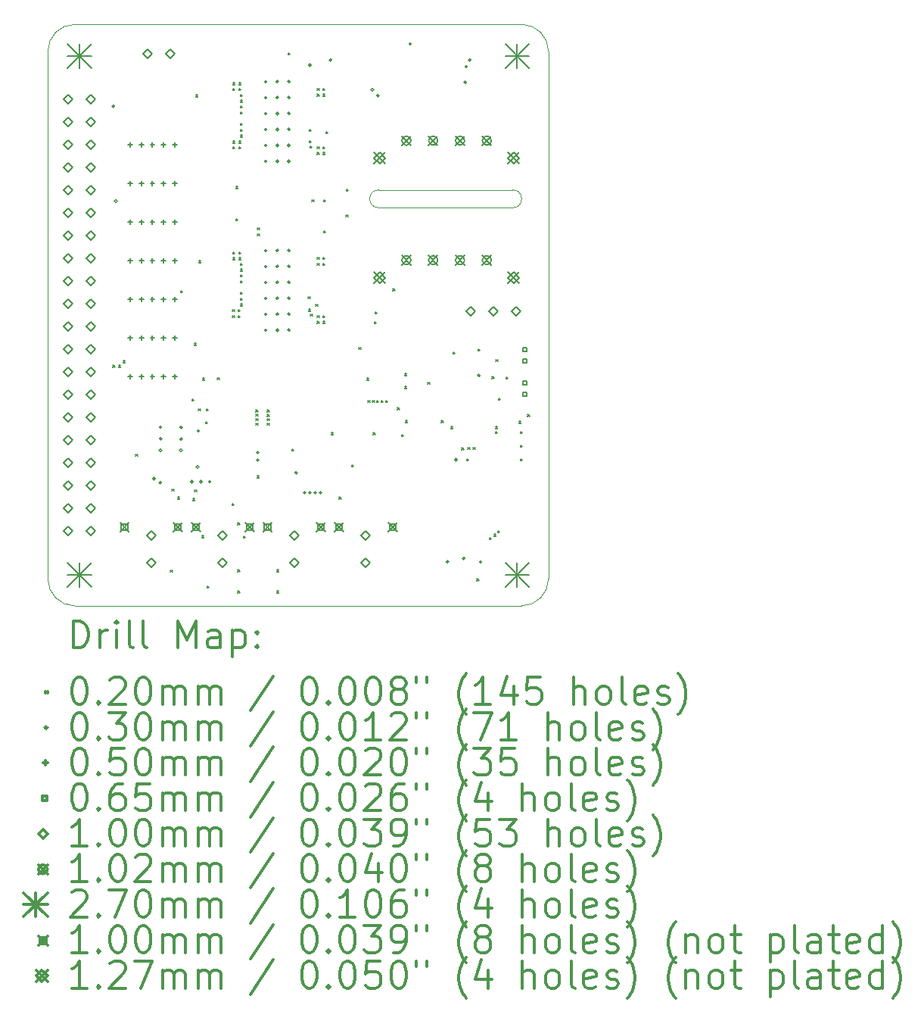
<source format=gbr>
%FSLAX45Y45*%
G04 Gerber Fmt 4.5, Leading zero omitted, Abs format (unit mm)*
G04 Created by KiCad (PCBNEW (5.1.6)-1) date 2021-05-12 17:14:09*
%MOMM*%
%LPD*%
G01*
G04 APERTURE LIST*
%TA.AperFunction,Profile*%
%ADD10C,0.100000*%
%TD*%
%ADD11C,0.200000*%
%ADD12C,0.300000*%
G04 APERTURE END LIST*
D10*
X7829400Y-6564040D02*
X12829400Y-6564040D01*
X7829400Y-6564040D02*
G75*
G03*
X7529400Y-6864040I0J-300000D01*
G01*
X11229400Y-8414040D02*
X12729400Y-8414040D01*
X7829400Y-13064040D02*
X12829400Y-13064040D01*
X12829400Y-13064040D02*
G75*
G03*
X13129400Y-12764040I0J300000D01*
G01*
X13129400Y-6864040D02*
G75*
G03*
X12829400Y-6564040I-300000J0D01*
G01*
X11229400Y-8414040D02*
G75*
G03*
X11229400Y-8614040I0J-100000D01*
G01*
X11229400Y-8614040D02*
X12729400Y-8614040D01*
X12729400Y-8414040D02*
G75*
G02*
X12729400Y-8614040I0J-100000D01*
G01*
X13129400Y-12764040D02*
X13129400Y-6864040D01*
X7529400Y-12764040D02*
G75*
G03*
X7829400Y-13064040I300000J0D01*
G01*
X7529400Y-12764040D02*
X7529400Y-6864040D01*
D11*
X8256500Y-10374900D02*
X8276700Y-10395100D01*
X8276700Y-10374900D02*
X8256500Y-10395100D01*
X8321900Y-10373900D02*
X8342100Y-10394100D01*
X8342100Y-10373900D02*
X8321900Y-10394100D01*
X8372900Y-10323900D02*
X8393100Y-10344100D01*
X8393100Y-10323900D02*
X8372900Y-10344100D01*
X8509900Y-11369900D02*
X8530100Y-11390100D01*
X8530100Y-11369900D02*
X8509900Y-11390100D01*
X8899900Y-12667500D02*
X8920100Y-12687700D01*
X8920100Y-12667500D02*
X8899900Y-12687700D01*
X8917667Y-11759163D02*
X8937867Y-11779363D01*
X8937867Y-11759163D02*
X8917667Y-11779363D01*
X8979900Y-11849900D02*
X9000100Y-11870100D01*
X9000100Y-11849900D02*
X8979900Y-11870100D01*
X9014900Y-9543012D02*
X9035100Y-9563212D01*
X9035100Y-9543012D02*
X9014900Y-9563212D01*
X9139900Y-10749900D02*
X9160100Y-10770100D01*
X9160100Y-10749900D02*
X9139900Y-10770100D01*
X9150900Y-11864900D02*
X9171100Y-11885100D01*
X9171100Y-11864900D02*
X9150900Y-11885100D01*
X9169900Y-10129900D02*
X9190100Y-10150100D01*
X9190100Y-10129900D02*
X9169900Y-10150100D01*
X9172400Y-11767400D02*
X9192600Y-11787600D01*
X9192600Y-11767400D02*
X9172400Y-11787600D01*
X9184900Y-7352900D02*
X9205100Y-7373100D01*
X9205100Y-7352900D02*
X9184900Y-7373100D01*
X9214900Y-10862400D02*
X9235100Y-10882600D01*
X9235100Y-10862400D02*
X9214900Y-10882600D01*
X9218900Y-9206900D02*
X9239100Y-9227100D01*
X9239100Y-9206900D02*
X9218900Y-9227100D01*
X9250900Y-12278900D02*
X9271100Y-12299100D01*
X9271100Y-12278900D02*
X9250900Y-12299100D01*
X9262900Y-10517900D02*
X9283100Y-10538100D01*
X9283100Y-10517900D02*
X9262900Y-10538100D01*
X9293742Y-11008558D02*
X9313942Y-11028758D01*
X9313942Y-11008558D02*
X9293742Y-11028758D01*
X9302400Y-10859900D02*
X9322600Y-10880100D01*
X9322600Y-10859900D02*
X9302400Y-10880100D01*
X9312400Y-12842400D02*
X9332600Y-12862600D01*
X9332600Y-12842400D02*
X9312400Y-12862600D01*
X9424900Y-10515000D02*
X9445100Y-10535200D01*
X9445100Y-10515000D02*
X9424900Y-10535200D01*
X9588900Y-11922900D02*
X9609100Y-11943100D01*
X9609100Y-11922900D02*
X9588900Y-11943100D01*
X9594000Y-9753900D02*
X9614200Y-9774100D01*
X9614200Y-9753900D02*
X9594000Y-9774100D01*
X9594000Y-9819900D02*
X9614200Y-9840100D01*
X9614200Y-9819900D02*
X9594000Y-9840100D01*
X9598900Y-7217900D02*
X9619100Y-7238100D01*
X9619100Y-7217900D02*
X9598900Y-7238100D01*
X9598900Y-7282800D02*
X9619100Y-7303000D01*
X9619100Y-7282800D02*
X9598900Y-7303000D01*
X9598900Y-7869900D02*
X9619100Y-7890100D01*
X9619100Y-7869900D02*
X9598900Y-7890100D01*
X9598900Y-7934800D02*
X9619100Y-7955000D01*
X9619100Y-7934800D02*
X9598900Y-7955000D01*
X9598900Y-9107900D02*
X9619100Y-9128100D01*
X9619100Y-9107900D02*
X9598900Y-9128100D01*
X9598900Y-9172800D02*
X9619100Y-9193000D01*
X9619100Y-9172800D02*
X9598900Y-9193000D01*
X9632900Y-8376900D02*
X9653100Y-8397100D01*
X9653100Y-8376900D02*
X9632900Y-8397100D01*
X9633900Y-8734900D02*
X9654100Y-8755100D01*
X9654100Y-8734900D02*
X9633900Y-8755100D01*
X9653700Y-12135002D02*
X9673900Y-12155202D01*
X9673900Y-12135002D02*
X9653700Y-12155202D01*
X9653700Y-12659900D02*
X9673900Y-12680100D01*
X9673900Y-12659900D02*
X9653700Y-12680100D01*
X9653700Y-12899900D02*
X9673900Y-12920100D01*
X9673900Y-12899900D02*
X9653700Y-12920100D01*
X9658900Y-9753900D02*
X9679100Y-9774100D01*
X9679100Y-9753900D02*
X9658900Y-9774100D01*
X9658900Y-9819900D02*
X9679100Y-9840100D01*
X9679100Y-9819900D02*
X9658900Y-9840100D01*
X9664900Y-7217900D02*
X9685100Y-7238100D01*
X9685100Y-7217900D02*
X9664900Y-7238100D01*
X9664900Y-7282800D02*
X9685100Y-7303000D01*
X9685100Y-7282800D02*
X9664900Y-7303000D01*
X9664900Y-7869900D02*
X9685100Y-7890100D01*
X9685100Y-7869900D02*
X9664900Y-7890100D01*
X9664900Y-7934800D02*
X9685100Y-7955000D01*
X9685100Y-7934800D02*
X9664900Y-7955000D01*
X9664900Y-9107900D02*
X9685100Y-9128100D01*
X9685100Y-9107900D02*
X9664900Y-9128100D01*
X9664900Y-9172800D02*
X9685100Y-9193000D01*
X9685100Y-9172800D02*
X9664900Y-9193000D01*
X9682900Y-7347900D02*
X9703100Y-7368100D01*
X9703100Y-7347900D02*
X9682900Y-7368100D01*
X9682900Y-7411900D02*
X9703100Y-7432100D01*
X9703100Y-7411900D02*
X9682900Y-7432100D01*
X9682900Y-7477900D02*
X9703100Y-7498100D01*
X9703100Y-7477900D02*
X9682900Y-7498100D01*
X9682900Y-7542900D02*
X9703100Y-7563100D01*
X9703100Y-7542900D02*
X9682900Y-7563100D01*
X9682900Y-7671900D02*
X9703100Y-7692100D01*
X9703100Y-7671900D02*
X9682900Y-7692100D01*
X9682900Y-7737900D02*
X9703100Y-7758100D01*
X9703100Y-7737900D02*
X9682900Y-7758100D01*
X9682900Y-7802900D02*
X9703100Y-7823100D01*
X9703100Y-7802900D02*
X9682900Y-7823100D01*
X9682900Y-9234900D02*
X9703100Y-9255100D01*
X9703100Y-9234900D02*
X9682900Y-9255100D01*
X9682900Y-9299900D02*
X9703100Y-9320100D01*
X9703100Y-9299900D02*
X9682900Y-9320100D01*
X9682900Y-9364900D02*
X9703100Y-9385100D01*
X9703100Y-9364900D02*
X9682900Y-9385100D01*
X9682900Y-9429900D02*
X9703100Y-9450100D01*
X9703100Y-9429900D02*
X9682900Y-9450100D01*
X9682900Y-9559900D02*
X9703100Y-9580100D01*
X9703100Y-9559900D02*
X9682900Y-9580100D01*
X9682900Y-9625900D02*
X9703100Y-9646100D01*
X9703100Y-9625900D02*
X9682900Y-9646100D01*
X9682900Y-9689900D02*
X9703100Y-9710100D01*
X9703100Y-9689900D02*
X9682900Y-9710100D01*
X9718900Y-12286900D02*
X9739100Y-12307100D01*
X9739100Y-12286900D02*
X9718900Y-12307100D01*
X9858650Y-10873400D02*
X9878850Y-10893600D01*
X9878850Y-10873400D02*
X9858650Y-10893600D01*
X9858650Y-10921150D02*
X9878850Y-10941350D01*
X9878850Y-10921150D02*
X9858650Y-10941350D01*
X9858650Y-10971150D02*
X9878850Y-10991350D01*
X9878850Y-10971150D02*
X9858650Y-10991350D01*
X9858650Y-11021150D02*
X9878850Y-11041350D01*
X9878850Y-11021150D02*
X9858650Y-11041350D01*
X9869900Y-11609900D02*
X9890100Y-11630100D01*
X9890100Y-11609900D02*
X9869900Y-11630100D01*
X9874969Y-8904799D02*
X9895169Y-8924999D01*
X9895169Y-8904799D02*
X9874969Y-8924999D01*
X9875900Y-8839900D02*
X9896100Y-8860100D01*
X9896100Y-8839900D02*
X9875900Y-8860100D01*
X9985250Y-10874550D02*
X10005450Y-10894750D01*
X10005450Y-10874550D02*
X9985250Y-10894750D01*
X9985250Y-10924550D02*
X10005450Y-10944750D01*
X10005450Y-10924550D02*
X9985250Y-10944750D01*
X9985250Y-10974550D02*
X10005450Y-10994750D01*
X10005450Y-10974550D02*
X9985250Y-10994750D01*
X9985250Y-11024550D02*
X10005450Y-11044750D01*
X10005450Y-11024550D02*
X9985250Y-11044750D01*
X10089900Y-12659900D02*
X10110100Y-12680100D01*
X10110100Y-12659900D02*
X10089900Y-12680100D01*
X10089900Y-12899900D02*
X10110100Y-12920100D01*
X10110100Y-12899900D02*
X10089900Y-12920100D01*
X10219900Y-6881900D02*
X10240100Y-6902100D01*
X10240100Y-6881900D02*
X10219900Y-6902100D01*
X10259900Y-11309900D02*
X10280100Y-11330100D01*
X10280100Y-11309900D02*
X10259900Y-11330100D01*
X10440188Y-9611496D02*
X10460388Y-9631696D01*
X10460388Y-9611496D02*
X10440188Y-9631696D01*
X10443900Y-9749900D02*
X10464100Y-9770100D01*
X10464100Y-9749900D02*
X10443900Y-9770100D01*
X10452900Y-7735900D02*
X10473100Y-7756100D01*
X10473100Y-7735900D02*
X10452900Y-7756100D01*
X10453900Y-7865000D02*
X10474100Y-7885200D01*
X10474100Y-7865000D02*
X10453900Y-7885200D01*
X10460694Y-7922041D02*
X10480894Y-7942241D01*
X10480894Y-7922041D02*
X10460694Y-7942241D01*
X10466867Y-9803867D02*
X10487067Y-9824067D01*
X10487067Y-9803867D02*
X10466867Y-9824067D01*
X10484900Y-8527900D02*
X10505100Y-8548100D01*
X10505100Y-8527900D02*
X10484900Y-8548100D01*
X10527150Y-9692900D02*
X10547350Y-9713100D01*
X10547350Y-9692900D02*
X10527150Y-9713100D01*
X10542900Y-7279900D02*
X10563100Y-7300100D01*
X10563100Y-7279900D02*
X10542900Y-7300100D01*
X10542900Y-7344800D02*
X10563100Y-7365000D01*
X10563100Y-7344800D02*
X10542900Y-7365000D01*
X10542900Y-7931900D02*
X10563100Y-7952100D01*
X10563100Y-7931900D02*
X10542900Y-7952100D01*
X10542900Y-7996800D02*
X10563100Y-8017000D01*
X10563100Y-7996800D02*
X10542900Y-8017000D01*
X10542900Y-9170000D02*
X10563100Y-9190200D01*
X10563100Y-9170000D02*
X10542900Y-9190200D01*
X10542900Y-9235900D02*
X10563100Y-9256100D01*
X10563100Y-9235900D02*
X10542900Y-9256100D01*
X10542900Y-9819900D02*
X10563100Y-9840100D01*
X10563100Y-9819900D02*
X10542900Y-9840100D01*
X10542900Y-9884800D02*
X10563100Y-9905000D01*
X10563100Y-9884800D02*
X10542900Y-9905000D01*
X10607900Y-9170000D02*
X10628100Y-9190200D01*
X10628100Y-9170000D02*
X10607900Y-9190200D01*
X10608900Y-7279900D02*
X10629100Y-7300100D01*
X10629100Y-7279900D02*
X10608900Y-7300100D01*
X10608900Y-7344800D02*
X10629100Y-7365000D01*
X10629100Y-7344800D02*
X10608900Y-7365000D01*
X10608900Y-7931900D02*
X10629100Y-7952100D01*
X10629100Y-7931900D02*
X10608900Y-7952100D01*
X10608900Y-7996800D02*
X10629100Y-8017000D01*
X10629100Y-7996800D02*
X10608900Y-8017000D01*
X10608900Y-9235900D02*
X10629100Y-9256100D01*
X10629100Y-9235900D02*
X10608900Y-9256100D01*
X10608900Y-9819900D02*
X10629100Y-9840100D01*
X10629100Y-9819900D02*
X10608900Y-9840100D01*
X10608900Y-9884800D02*
X10629100Y-9905000D01*
X10629100Y-9884800D02*
X10608900Y-9905000D01*
X10613900Y-8526900D02*
X10634100Y-8547100D01*
X10634100Y-8526900D02*
X10613900Y-8547100D01*
X10616900Y-8872900D02*
X10637100Y-8893100D01*
X10637100Y-8872900D02*
X10616900Y-8893100D01*
X10640900Y-7763900D02*
X10661100Y-7784100D01*
X10661100Y-7763900D02*
X10640900Y-7784100D01*
X10699900Y-11129900D02*
X10720100Y-11150100D01*
X10720100Y-11129900D02*
X10699900Y-11150100D01*
X10789900Y-11849900D02*
X10810100Y-11870100D01*
X10810100Y-11849900D02*
X10789900Y-11870100D01*
X10863900Y-8693900D02*
X10884100Y-8714100D01*
X10884100Y-8693900D02*
X10863900Y-8714100D01*
X10867300Y-8406900D02*
X10887500Y-8427100D01*
X10887500Y-8406900D02*
X10867300Y-8427100D01*
X10929900Y-11489900D02*
X10950100Y-11510100D01*
X10950100Y-11489900D02*
X10929900Y-11510100D01*
X11009900Y-10175502D02*
X11030100Y-10195702D01*
X11030100Y-10175502D02*
X11009900Y-10195702D01*
X11099900Y-10519900D02*
X11120100Y-10540100D01*
X11120100Y-10519900D02*
X11099900Y-10540100D01*
X11109900Y-10769900D02*
X11130100Y-10790100D01*
X11130100Y-10769900D02*
X11109900Y-10790100D01*
X11159900Y-10769900D02*
X11180100Y-10790100D01*
X11180100Y-10769900D02*
X11159900Y-10790100D01*
X11169900Y-11129900D02*
X11190100Y-11150100D01*
X11190100Y-11129900D02*
X11169900Y-11150100D01*
X11182900Y-9887900D02*
X11203100Y-9908100D01*
X11203100Y-9887900D02*
X11182900Y-9908100D01*
X11189900Y-9779900D02*
X11210100Y-9800100D01*
X11210100Y-9779900D02*
X11189900Y-9800100D01*
X11209900Y-10769900D02*
X11230100Y-10790100D01*
X11230100Y-10769900D02*
X11209900Y-10790100D01*
X11259900Y-10769900D02*
X11280100Y-10790100D01*
X11280100Y-10769900D02*
X11259900Y-10790100D01*
X11309900Y-10769900D02*
X11330100Y-10790100D01*
X11330100Y-10769900D02*
X11309900Y-10790100D01*
X11389900Y-9519900D02*
X11410100Y-9540100D01*
X11410100Y-9519900D02*
X11389900Y-9540100D01*
X11440000Y-10849900D02*
X11460200Y-10870100D01*
X11460200Y-10849900D02*
X11440000Y-10870100D01*
X11489900Y-11149900D02*
X11510100Y-11170100D01*
X11510100Y-11149900D02*
X11489900Y-11170100D01*
X11519900Y-10469900D02*
X11540100Y-10490100D01*
X11540100Y-10469900D02*
X11519900Y-10490100D01*
X11522900Y-10610900D02*
X11543100Y-10631100D01*
X11543100Y-10610900D02*
X11522900Y-10631100D01*
X11529900Y-10993900D02*
X11550100Y-11014100D01*
X11550100Y-10993900D02*
X11529900Y-11014100D01*
X11779900Y-10564800D02*
X11800100Y-10585000D01*
X11800100Y-10564800D02*
X11779900Y-10585000D01*
X11931900Y-10991900D02*
X11952100Y-11012100D01*
X11952100Y-10991900D02*
X11931900Y-11012100D01*
X12037900Y-11059900D02*
X12058100Y-11080100D01*
X12058100Y-11059900D02*
X12037900Y-11080100D01*
X12064900Y-10227400D02*
X12085100Y-10247600D01*
X12085100Y-10227400D02*
X12064900Y-10247600D01*
X12161900Y-11298900D02*
X12182100Y-11319100D01*
X12182100Y-11298900D02*
X12161900Y-11319100D01*
X12214900Y-11419900D02*
X12235100Y-11440100D01*
X12235100Y-11419900D02*
X12214900Y-11440100D01*
X12228900Y-11293999D02*
X12249100Y-11314199D01*
X12249100Y-11293999D02*
X12228900Y-11314199D01*
X12285900Y-11293999D02*
X12306100Y-11314199D01*
X12306100Y-11293999D02*
X12285900Y-11314199D01*
X12330900Y-12762900D02*
X12351100Y-12783100D01*
X12351100Y-12762900D02*
X12330900Y-12783100D01*
X12341900Y-10194900D02*
X12362100Y-10215100D01*
X12362100Y-10194900D02*
X12341900Y-10215100D01*
X12469900Y-12303900D02*
X12490100Y-12324100D01*
X12490100Y-12303900D02*
X12469900Y-12324100D01*
X12498900Y-10503900D02*
X12519100Y-10524100D01*
X12519100Y-10503900D02*
X12498900Y-10524100D01*
X12518900Y-12261900D02*
X12539100Y-12282100D01*
X12539100Y-12261900D02*
X12518900Y-12282100D01*
X12534900Y-11060900D02*
X12555100Y-11081100D01*
X12555100Y-11060900D02*
X12534900Y-11081100D01*
X12534900Y-11116100D02*
X12555100Y-11136300D01*
X12555100Y-11116100D02*
X12534900Y-11136300D01*
X12541900Y-10312900D02*
X12562100Y-10333100D01*
X12562100Y-10312900D02*
X12541900Y-10333100D01*
X12560222Y-12225300D02*
X12580422Y-12245500D01*
X12580422Y-12225300D02*
X12560222Y-12245500D01*
X12570212Y-10743900D02*
X12590412Y-10764100D01*
X12590412Y-10743900D02*
X12570212Y-10764100D01*
X12655900Y-10505900D02*
X12676100Y-10526100D01*
X12676100Y-10505900D02*
X12655900Y-10526100D01*
X12797929Y-11000793D02*
X12818129Y-11020993D01*
X12818129Y-11000793D02*
X12797929Y-11020993D01*
X12816900Y-11115100D02*
X12837100Y-11135300D01*
X12837100Y-11115100D02*
X12816900Y-11135300D01*
X12816900Y-11267500D02*
X12837100Y-11287700D01*
X12837100Y-11267500D02*
X12816900Y-11287700D01*
X12816900Y-11419900D02*
X12837100Y-11440100D01*
X12837100Y-11419900D02*
X12816900Y-11440100D01*
X12895650Y-10927150D02*
X12915850Y-10947350D01*
X12915850Y-10927150D02*
X12895650Y-10947350D01*
X8275000Y-7480000D02*
G75*
G03*
X8275000Y-7480000I-15000J0D01*
G01*
X8304198Y-8539000D02*
G75*
G03*
X8304198Y-8539000I-15000J0D01*
G01*
X8730000Y-11642000D02*
G75*
G03*
X8730000Y-11642000I-15000J0D01*
G01*
X8802500Y-11067500D02*
G75*
G03*
X8802500Y-11067500I-15000J0D01*
G01*
X8802500Y-11325000D02*
G75*
G03*
X8802500Y-11325000I-15000J0D01*
G01*
X8803000Y-11687000D02*
G75*
G03*
X8803000Y-11687000I-15000J0D01*
G01*
X8805500Y-11194500D02*
G75*
G03*
X8805500Y-11194500I-15000J0D01*
G01*
X9032500Y-11325000D02*
G75*
G03*
X9032500Y-11325000I-15000J0D01*
G01*
X9033000Y-11199500D02*
G75*
G03*
X9033000Y-11199500I-15000J0D01*
G01*
X9035000Y-11070000D02*
G75*
G03*
X9035000Y-11070000I-15000J0D01*
G01*
X9155000Y-11676426D02*
G75*
G03*
X9155000Y-11676426I-15000J0D01*
G01*
X9217500Y-11510000D02*
G75*
G03*
X9217500Y-11510000I-15000J0D01*
G01*
X9227000Y-11109000D02*
G75*
G03*
X9227000Y-11109000I-15000J0D01*
G01*
X9255000Y-11676426D02*
G75*
G03*
X9255000Y-11676426I-15000J0D01*
G01*
X9355000Y-11676426D02*
G75*
G03*
X9355000Y-11676426I-15000J0D01*
G01*
X9891000Y-11350000D02*
G75*
G03*
X9891000Y-11350000I-15000J0D01*
G01*
X9891000Y-11435000D02*
G75*
G03*
X9891000Y-11435000I-15000J0D01*
G01*
X10321000Y-11576000D02*
G75*
G03*
X10321000Y-11576000I-15000J0D01*
G01*
X10415000Y-11800000D02*
G75*
G03*
X10415000Y-11800000I-15000J0D01*
G01*
X10475000Y-7019899D02*
G75*
G03*
X10475000Y-7019899I-15000J0D01*
G01*
X10475000Y-11800000D02*
G75*
G03*
X10475000Y-11800000I-15000J0D01*
G01*
X10535000Y-11800000D02*
G75*
G03*
X10535000Y-11800000I-15000J0D01*
G01*
X10595000Y-11800000D02*
G75*
G03*
X10595000Y-11800000I-15000J0D01*
G01*
X10707500Y-6962500D02*
G75*
G03*
X10707500Y-6962500I-15000J0D01*
G01*
X11175000Y-7294900D02*
G75*
G03*
X11175000Y-7294900I-15000J0D01*
G01*
X11235000Y-7360000D02*
G75*
G03*
X11235000Y-7360000I-15000J0D01*
G01*
X11597500Y-6782500D02*
G75*
G03*
X11597500Y-6782500I-15000J0D01*
G01*
X12015000Y-12572000D02*
G75*
G03*
X12015000Y-12572000I-15000J0D01*
G01*
X12110000Y-11430000D02*
G75*
G03*
X12110000Y-11430000I-15000J0D01*
G01*
X12197000Y-12534000D02*
G75*
G03*
X12197000Y-12534000I-15000J0D01*
G01*
X12215000Y-7212500D02*
G75*
G03*
X12215000Y-7212500I-15000J0D01*
G01*
X12225000Y-7037500D02*
G75*
G03*
X12225000Y-7037500I-15000J0D01*
G01*
X12265000Y-6962500D02*
G75*
G03*
X12265000Y-6962500I-15000J0D01*
G01*
X12364500Y-10488000D02*
G75*
G03*
X12364500Y-10488000I-15000J0D01*
G01*
X12385000Y-12575000D02*
G75*
G03*
X12385000Y-12575000I-15000J0D01*
G01*
X9980000Y-9092500D02*
G75*
G03*
X9980000Y-9092500I-15000J0D01*
G01*
X9980000Y-9270500D02*
G75*
G03*
X9980000Y-9270500I-15000J0D01*
G01*
X9980000Y-9448500D02*
G75*
G03*
X9980000Y-9448500I-15000J0D01*
G01*
X9980000Y-9626500D02*
G75*
G03*
X9980000Y-9626500I-15000J0D01*
G01*
X9980000Y-9804500D02*
G75*
G03*
X9980000Y-9804500I-15000J0D01*
G01*
X9980000Y-9982500D02*
G75*
G03*
X9980000Y-9982500I-15000J0D01*
G01*
X10110000Y-9092500D02*
G75*
G03*
X10110000Y-9092500I-15000J0D01*
G01*
X10110000Y-9270500D02*
G75*
G03*
X10110000Y-9270500I-15000J0D01*
G01*
X10110000Y-9448500D02*
G75*
G03*
X10110000Y-9448500I-15000J0D01*
G01*
X10110000Y-9626500D02*
G75*
G03*
X10110000Y-9626500I-15000J0D01*
G01*
X10110000Y-9804500D02*
G75*
G03*
X10110000Y-9804500I-15000J0D01*
G01*
X10110000Y-9982500D02*
G75*
G03*
X10110000Y-9982500I-15000J0D01*
G01*
X10240000Y-9092500D02*
G75*
G03*
X10240000Y-9092500I-15000J0D01*
G01*
X10240000Y-9270500D02*
G75*
G03*
X10240000Y-9270500I-15000J0D01*
G01*
X10240000Y-9448500D02*
G75*
G03*
X10240000Y-9448500I-15000J0D01*
G01*
X10240000Y-9626500D02*
G75*
G03*
X10240000Y-9626500I-15000J0D01*
G01*
X10240000Y-9804500D02*
G75*
G03*
X10240000Y-9804500I-15000J0D01*
G01*
X10240000Y-9982500D02*
G75*
G03*
X10240000Y-9982500I-15000J0D01*
G01*
X9980000Y-7205000D02*
G75*
G03*
X9980000Y-7205000I-15000J0D01*
G01*
X9980000Y-7383000D02*
G75*
G03*
X9980000Y-7383000I-15000J0D01*
G01*
X9980000Y-7561000D02*
G75*
G03*
X9980000Y-7561000I-15000J0D01*
G01*
X9980000Y-7739000D02*
G75*
G03*
X9980000Y-7739000I-15000J0D01*
G01*
X9980000Y-7917000D02*
G75*
G03*
X9980000Y-7917000I-15000J0D01*
G01*
X9980000Y-8095000D02*
G75*
G03*
X9980000Y-8095000I-15000J0D01*
G01*
X10110000Y-7205000D02*
G75*
G03*
X10110000Y-7205000I-15000J0D01*
G01*
X10110000Y-7383000D02*
G75*
G03*
X10110000Y-7383000I-15000J0D01*
G01*
X10110000Y-7561000D02*
G75*
G03*
X10110000Y-7561000I-15000J0D01*
G01*
X10110000Y-7739000D02*
G75*
G03*
X10110000Y-7739000I-15000J0D01*
G01*
X10110000Y-7917000D02*
G75*
G03*
X10110000Y-7917000I-15000J0D01*
G01*
X10110000Y-8095000D02*
G75*
G03*
X10110000Y-8095000I-15000J0D01*
G01*
X10240000Y-7205000D02*
G75*
G03*
X10240000Y-7205000I-15000J0D01*
G01*
X10240000Y-7383000D02*
G75*
G03*
X10240000Y-7383000I-15000J0D01*
G01*
X10240000Y-7561000D02*
G75*
G03*
X10240000Y-7561000I-15000J0D01*
G01*
X10240000Y-7739000D02*
G75*
G03*
X10240000Y-7739000I-15000J0D01*
G01*
X10240000Y-7917000D02*
G75*
G03*
X10240000Y-7917000I-15000J0D01*
G01*
X10240000Y-8095000D02*
G75*
G03*
X10240000Y-8095000I-15000J0D01*
G01*
X8449200Y-10042200D02*
X8449200Y-10092200D01*
X8424200Y-10067200D02*
X8474200Y-10067200D01*
X8574200Y-10042200D02*
X8574200Y-10092200D01*
X8549200Y-10067200D02*
X8599200Y-10067200D01*
X8699200Y-10042200D02*
X8699200Y-10092200D01*
X8674200Y-10067200D02*
X8724200Y-10067200D01*
X8824200Y-10042200D02*
X8824200Y-10092200D01*
X8799200Y-10067200D02*
X8849200Y-10067200D01*
X8949200Y-10042200D02*
X8949200Y-10092200D01*
X8924200Y-10067200D02*
X8974200Y-10067200D01*
X8449200Y-9178600D02*
X8449200Y-9228600D01*
X8424200Y-9203600D02*
X8474200Y-9203600D01*
X8574200Y-9178600D02*
X8574200Y-9228600D01*
X8549200Y-9203600D02*
X8599200Y-9203600D01*
X8699200Y-9178600D02*
X8699200Y-9228600D01*
X8674200Y-9203600D02*
X8724200Y-9203600D01*
X8824200Y-9178600D02*
X8824200Y-9228600D01*
X8799200Y-9203600D02*
X8849200Y-9203600D01*
X8949200Y-9178600D02*
X8949200Y-9228600D01*
X8924200Y-9203600D02*
X8974200Y-9203600D01*
X8449200Y-8315000D02*
X8449200Y-8365000D01*
X8424200Y-8340000D02*
X8474200Y-8340000D01*
X8574200Y-8315000D02*
X8574200Y-8365000D01*
X8549200Y-8340000D02*
X8599200Y-8340000D01*
X8699200Y-8315000D02*
X8699200Y-8365000D01*
X8674200Y-8340000D02*
X8724200Y-8340000D01*
X8824200Y-8315000D02*
X8824200Y-8365000D01*
X8799200Y-8340000D02*
X8849200Y-8340000D01*
X8949200Y-8315000D02*
X8949200Y-8365000D01*
X8924200Y-8340000D02*
X8974200Y-8340000D01*
X8449200Y-8746800D02*
X8449200Y-8796800D01*
X8424200Y-8771800D02*
X8474200Y-8771800D01*
X8574200Y-8746800D02*
X8574200Y-8796800D01*
X8549200Y-8771800D02*
X8599200Y-8771800D01*
X8699200Y-8746800D02*
X8699200Y-8796800D01*
X8674200Y-8771800D02*
X8724200Y-8771800D01*
X8824200Y-8746800D02*
X8824200Y-8796800D01*
X8799200Y-8771800D02*
X8849200Y-8771800D01*
X8949200Y-8746800D02*
X8949200Y-8796800D01*
X8924200Y-8771800D02*
X8974200Y-8771800D01*
X8449200Y-7883200D02*
X8449200Y-7933200D01*
X8424200Y-7908200D02*
X8474200Y-7908200D01*
X8574200Y-7883200D02*
X8574200Y-7933200D01*
X8549200Y-7908200D02*
X8599200Y-7908200D01*
X8699200Y-7883200D02*
X8699200Y-7933200D01*
X8674200Y-7908200D02*
X8724200Y-7908200D01*
X8824200Y-7883200D02*
X8824200Y-7933200D01*
X8799200Y-7908200D02*
X8849200Y-7908200D01*
X8949200Y-7883200D02*
X8949200Y-7933200D01*
X8924200Y-7908200D02*
X8974200Y-7908200D01*
X8449200Y-9610400D02*
X8449200Y-9660400D01*
X8424200Y-9635400D02*
X8474200Y-9635400D01*
X8574200Y-9610400D02*
X8574200Y-9660400D01*
X8549200Y-9635400D02*
X8599200Y-9635400D01*
X8699200Y-9610400D02*
X8699200Y-9660400D01*
X8674200Y-9635400D02*
X8724200Y-9635400D01*
X8824200Y-9610400D02*
X8824200Y-9660400D01*
X8799200Y-9635400D02*
X8849200Y-9635400D01*
X8949200Y-9610400D02*
X8949200Y-9660400D01*
X8924200Y-9635400D02*
X8974200Y-9635400D01*
X8449200Y-10474000D02*
X8449200Y-10524000D01*
X8424200Y-10499000D02*
X8474200Y-10499000D01*
X8574200Y-10474000D02*
X8574200Y-10524000D01*
X8549200Y-10499000D02*
X8599200Y-10499000D01*
X8699200Y-10474000D02*
X8699200Y-10524000D01*
X8674200Y-10499000D02*
X8724200Y-10499000D01*
X8824200Y-10474000D02*
X8824200Y-10524000D01*
X8799200Y-10499000D02*
X8849200Y-10499000D01*
X8949200Y-10474000D02*
X8949200Y-10524000D01*
X8924200Y-10499000D02*
X8974200Y-10499000D01*
X12886481Y-10222981D02*
X12886481Y-10177019D01*
X12840519Y-10177019D01*
X12840519Y-10222981D01*
X12886481Y-10222981D01*
X12886481Y-10349981D02*
X12886481Y-10304019D01*
X12840519Y-10304019D01*
X12840519Y-10349981D01*
X12886481Y-10349981D01*
X12885981Y-10595981D02*
X12885981Y-10550019D01*
X12840019Y-10550019D01*
X12840019Y-10595981D01*
X12885981Y-10595981D01*
X12885981Y-10722981D02*
X12885981Y-10677019D01*
X12840019Y-10677019D01*
X12840019Y-10722981D01*
X12885981Y-10722981D01*
X10285600Y-12330000D02*
X10335600Y-12280000D01*
X10285600Y-12230000D01*
X10235600Y-12280000D01*
X10285600Y-12330000D01*
X10285600Y-12630000D02*
X10335600Y-12580000D01*
X10285600Y-12530000D01*
X10235600Y-12580000D01*
X10285600Y-12630000D01*
X12262500Y-9825000D02*
X12312500Y-9775000D01*
X12262500Y-9725000D01*
X12212500Y-9775000D01*
X12262500Y-9825000D01*
X12516500Y-9825000D02*
X12566500Y-9775000D01*
X12516500Y-9725000D01*
X12466500Y-9775000D01*
X12516500Y-9825000D01*
X12770500Y-9825000D02*
X12820500Y-9775000D01*
X12770500Y-9725000D01*
X12720500Y-9775000D01*
X12770500Y-9825000D01*
X8646000Y-6946000D02*
X8696000Y-6896000D01*
X8646000Y-6846000D01*
X8596000Y-6896000D01*
X8646000Y-6946000D01*
X8900000Y-6946000D02*
X8950000Y-6896000D01*
X8900000Y-6846000D01*
X8850000Y-6896000D01*
X8900000Y-6946000D01*
X8685600Y-12330000D02*
X8735600Y-12280000D01*
X8685600Y-12230000D01*
X8635600Y-12280000D01*
X8685600Y-12330000D01*
X8685600Y-12630000D02*
X8735600Y-12580000D01*
X8685600Y-12530000D01*
X8635600Y-12580000D01*
X8685600Y-12630000D01*
X7752450Y-7451110D02*
X7802450Y-7401110D01*
X7752450Y-7351110D01*
X7702450Y-7401110D01*
X7752450Y-7451110D01*
X7752450Y-7705110D02*
X7802450Y-7655110D01*
X7752450Y-7605110D01*
X7702450Y-7655110D01*
X7752450Y-7705110D01*
X7752450Y-7959110D02*
X7802450Y-7909110D01*
X7752450Y-7859110D01*
X7702450Y-7909110D01*
X7752450Y-7959110D01*
X7752450Y-8213110D02*
X7802450Y-8163110D01*
X7752450Y-8113110D01*
X7702450Y-8163110D01*
X7752450Y-8213110D01*
X7752450Y-8467110D02*
X7802450Y-8417110D01*
X7752450Y-8367110D01*
X7702450Y-8417110D01*
X7752450Y-8467110D01*
X7752450Y-8721110D02*
X7802450Y-8671110D01*
X7752450Y-8621110D01*
X7702450Y-8671110D01*
X7752450Y-8721110D01*
X7752450Y-8975110D02*
X7802450Y-8925110D01*
X7752450Y-8875110D01*
X7702450Y-8925110D01*
X7752450Y-8975110D01*
X7752450Y-9229110D02*
X7802450Y-9179110D01*
X7752450Y-9129110D01*
X7702450Y-9179110D01*
X7752450Y-9229110D01*
X7752450Y-9483110D02*
X7802450Y-9433110D01*
X7752450Y-9383110D01*
X7702450Y-9433110D01*
X7752450Y-9483110D01*
X7752450Y-9737110D02*
X7802450Y-9687110D01*
X7752450Y-9637110D01*
X7702450Y-9687110D01*
X7752450Y-9737110D01*
X7752450Y-9991110D02*
X7802450Y-9941110D01*
X7752450Y-9891110D01*
X7702450Y-9941110D01*
X7752450Y-9991110D01*
X7752450Y-10245110D02*
X7802450Y-10195110D01*
X7752450Y-10145110D01*
X7702450Y-10195110D01*
X7752450Y-10245110D01*
X7752450Y-10499110D02*
X7802450Y-10449110D01*
X7752450Y-10399110D01*
X7702450Y-10449110D01*
X7752450Y-10499110D01*
X7752450Y-10753110D02*
X7802450Y-10703110D01*
X7752450Y-10653110D01*
X7702450Y-10703110D01*
X7752450Y-10753110D01*
X7752450Y-11007110D02*
X7802450Y-10957110D01*
X7752450Y-10907110D01*
X7702450Y-10957110D01*
X7752450Y-11007110D01*
X7752450Y-11261110D02*
X7802450Y-11211110D01*
X7752450Y-11161110D01*
X7702450Y-11211110D01*
X7752450Y-11261110D01*
X7752450Y-11515110D02*
X7802450Y-11465110D01*
X7752450Y-11415110D01*
X7702450Y-11465110D01*
X7752450Y-11515110D01*
X7752450Y-11769110D02*
X7802450Y-11719110D01*
X7752450Y-11669110D01*
X7702450Y-11719110D01*
X7752450Y-11769110D01*
X7752450Y-12023110D02*
X7802450Y-11973110D01*
X7752450Y-11923110D01*
X7702450Y-11973110D01*
X7752450Y-12023110D01*
X7752450Y-12277110D02*
X7802450Y-12227110D01*
X7752450Y-12177110D01*
X7702450Y-12227110D01*
X7752450Y-12277110D01*
X8006450Y-7451110D02*
X8056450Y-7401110D01*
X8006450Y-7351110D01*
X7956450Y-7401110D01*
X8006450Y-7451110D01*
X8006450Y-7705110D02*
X8056450Y-7655110D01*
X8006450Y-7605110D01*
X7956450Y-7655110D01*
X8006450Y-7705110D01*
X8006450Y-7959110D02*
X8056450Y-7909110D01*
X8006450Y-7859110D01*
X7956450Y-7909110D01*
X8006450Y-7959110D01*
X8006450Y-8213110D02*
X8056450Y-8163110D01*
X8006450Y-8113110D01*
X7956450Y-8163110D01*
X8006450Y-8213110D01*
X8006450Y-8467110D02*
X8056450Y-8417110D01*
X8006450Y-8367110D01*
X7956450Y-8417110D01*
X8006450Y-8467110D01*
X8006450Y-8721110D02*
X8056450Y-8671110D01*
X8006450Y-8621110D01*
X7956450Y-8671110D01*
X8006450Y-8721110D01*
X8006450Y-8975110D02*
X8056450Y-8925110D01*
X8006450Y-8875110D01*
X7956450Y-8925110D01*
X8006450Y-8975110D01*
X8006450Y-9229110D02*
X8056450Y-9179110D01*
X8006450Y-9129110D01*
X7956450Y-9179110D01*
X8006450Y-9229110D01*
X8006450Y-9483110D02*
X8056450Y-9433110D01*
X8006450Y-9383110D01*
X7956450Y-9433110D01*
X8006450Y-9483110D01*
X8006450Y-9737110D02*
X8056450Y-9687110D01*
X8006450Y-9637110D01*
X7956450Y-9687110D01*
X8006450Y-9737110D01*
X8006450Y-9991110D02*
X8056450Y-9941110D01*
X8006450Y-9891110D01*
X7956450Y-9941110D01*
X8006450Y-9991110D01*
X8006450Y-10245110D02*
X8056450Y-10195110D01*
X8006450Y-10145110D01*
X7956450Y-10195110D01*
X8006450Y-10245110D01*
X8006450Y-10499110D02*
X8056450Y-10449110D01*
X8006450Y-10399110D01*
X7956450Y-10449110D01*
X8006450Y-10499110D01*
X8006450Y-10753110D02*
X8056450Y-10703110D01*
X8006450Y-10653110D01*
X7956450Y-10703110D01*
X8006450Y-10753110D01*
X8006450Y-11007110D02*
X8056450Y-10957110D01*
X8006450Y-10907110D01*
X7956450Y-10957110D01*
X8006450Y-11007110D01*
X8006450Y-11261110D02*
X8056450Y-11211110D01*
X8006450Y-11161110D01*
X7956450Y-11211110D01*
X8006450Y-11261110D01*
X8006450Y-11515110D02*
X8056450Y-11465110D01*
X8006450Y-11415110D01*
X7956450Y-11465110D01*
X8006450Y-11515110D01*
X8006450Y-11769110D02*
X8056450Y-11719110D01*
X8006450Y-11669110D01*
X7956450Y-11719110D01*
X8006450Y-11769110D01*
X8006450Y-12023110D02*
X8056450Y-11973110D01*
X8006450Y-11923110D01*
X7956450Y-11973110D01*
X8006450Y-12023110D01*
X8006450Y-12277110D02*
X8056450Y-12227110D01*
X8006450Y-12177110D01*
X7956450Y-12227110D01*
X8006450Y-12277110D01*
X11085600Y-12330000D02*
X11135600Y-12280000D01*
X11085600Y-12230000D01*
X11035600Y-12280000D01*
X11085600Y-12330000D01*
X11085600Y-12630000D02*
X11135600Y-12580000D01*
X11085600Y-12530000D01*
X11035600Y-12580000D01*
X11085600Y-12630000D01*
X9485600Y-12330000D02*
X9535600Y-12280000D01*
X9485600Y-12230000D01*
X9435600Y-12280000D01*
X9485600Y-12330000D01*
X9485600Y-12630000D02*
X9535600Y-12580000D01*
X9485600Y-12530000D01*
X9435600Y-12580000D01*
X9485600Y-12630000D01*
X11489000Y-7813000D02*
X11591000Y-7915000D01*
X11591000Y-7813000D02*
X11489000Y-7915000D01*
X11591000Y-7864000D02*
G75*
G03*
X11591000Y-7864000I-51000J0D01*
G01*
X11789000Y-7813000D02*
X11891000Y-7915000D01*
X11891000Y-7813000D02*
X11789000Y-7915000D01*
X11891000Y-7864000D02*
G75*
G03*
X11891000Y-7864000I-51000J0D01*
G01*
X12089000Y-7813000D02*
X12191000Y-7915000D01*
X12191000Y-7813000D02*
X12089000Y-7915000D01*
X12191000Y-7864000D02*
G75*
G03*
X12191000Y-7864000I-51000J0D01*
G01*
X12389000Y-7813000D02*
X12491000Y-7915000D01*
X12491000Y-7813000D02*
X12389000Y-7915000D01*
X12491000Y-7864000D02*
G75*
G03*
X12491000Y-7864000I-51000J0D01*
G01*
X11489000Y-9149000D02*
X11591000Y-9251000D01*
X11591000Y-9149000D02*
X11489000Y-9251000D01*
X11591000Y-9200000D02*
G75*
G03*
X11591000Y-9200000I-51000J0D01*
G01*
X11789000Y-9149000D02*
X11891000Y-9251000D01*
X11891000Y-9149000D02*
X11789000Y-9251000D01*
X11891000Y-9200000D02*
G75*
G03*
X11891000Y-9200000I-51000J0D01*
G01*
X12089000Y-9149000D02*
X12191000Y-9251000D01*
X12191000Y-9149000D02*
X12089000Y-9251000D01*
X12191000Y-9200000D02*
G75*
G03*
X12191000Y-9200000I-51000J0D01*
G01*
X12389000Y-9149000D02*
X12491000Y-9251000D01*
X12491000Y-9149000D02*
X12389000Y-9251000D01*
X12491000Y-9200000D02*
G75*
G03*
X12491000Y-9200000I-51000J0D01*
G01*
X7745000Y-6780000D02*
X8015000Y-7050000D01*
X8015000Y-6780000D02*
X7745000Y-7050000D01*
X7880000Y-6780000D02*
X7880000Y-7050000D01*
X7745000Y-6915000D02*
X8015000Y-6915000D01*
X12645000Y-12580000D02*
X12915000Y-12850000D01*
X12915000Y-12580000D02*
X12645000Y-12850000D01*
X12780000Y-12580000D02*
X12780000Y-12850000D01*
X12645000Y-12715000D02*
X12915000Y-12715000D01*
X12645000Y-6780000D02*
X12915000Y-7050000D01*
X12915000Y-6780000D02*
X12645000Y-7050000D01*
X12780000Y-6780000D02*
X12780000Y-7050000D01*
X12645000Y-6915000D02*
X12915000Y-6915000D01*
X7745000Y-12580000D02*
X8015000Y-12850000D01*
X8015000Y-12580000D02*
X7745000Y-12850000D01*
X7880000Y-12580000D02*
X7880000Y-12850000D01*
X7745000Y-12715000D02*
X8015000Y-12715000D01*
X9935600Y-12136000D02*
X10035600Y-12236000D01*
X10035600Y-12136000D02*
X9935600Y-12236000D01*
X10020956Y-12221356D02*
X10020956Y-12150644D01*
X9950244Y-12150644D01*
X9950244Y-12221356D01*
X10020956Y-12221356D01*
X10535600Y-12136000D02*
X10635600Y-12236000D01*
X10635600Y-12136000D02*
X10535600Y-12236000D01*
X10620956Y-12221356D02*
X10620956Y-12150644D01*
X10550244Y-12150644D01*
X10550244Y-12221356D01*
X10620956Y-12221356D01*
X8335600Y-12136000D02*
X8435600Y-12236000D01*
X8435600Y-12136000D02*
X8335600Y-12236000D01*
X8420956Y-12221356D02*
X8420956Y-12150644D01*
X8350244Y-12150644D01*
X8350244Y-12221356D01*
X8420956Y-12221356D01*
X8935600Y-12136000D02*
X9035600Y-12236000D01*
X9035600Y-12136000D02*
X8935600Y-12236000D01*
X9020956Y-12221356D02*
X9020956Y-12150644D01*
X8950244Y-12150644D01*
X8950244Y-12221356D01*
X9020956Y-12221356D01*
X10735600Y-12136000D02*
X10835600Y-12236000D01*
X10835600Y-12136000D02*
X10735600Y-12236000D01*
X10820956Y-12221356D02*
X10820956Y-12150644D01*
X10750244Y-12150644D01*
X10750244Y-12221356D01*
X10820956Y-12221356D01*
X11335600Y-12136000D02*
X11435600Y-12236000D01*
X11435600Y-12136000D02*
X11335600Y-12236000D01*
X11420956Y-12221356D02*
X11420956Y-12150644D01*
X11350244Y-12150644D01*
X11350244Y-12221356D01*
X11420956Y-12221356D01*
X9135600Y-12136000D02*
X9235600Y-12236000D01*
X9235600Y-12136000D02*
X9135600Y-12236000D01*
X9220956Y-12221356D02*
X9220956Y-12150644D01*
X9150244Y-12150644D01*
X9150244Y-12221356D01*
X9220956Y-12221356D01*
X9735600Y-12136000D02*
X9835600Y-12236000D01*
X9835600Y-12136000D02*
X9735600Y-12236000D01*
X9820956Y-12221356D02*
X9820956Y-12150644D01*
X9750244Y-12150644D01*
X9750244Y-12221356D01*
X9820956Y-12221356D01*
X11176500Y-7996500D02*
X11303500Y-8123500D01*
X11303500Y-7996500D02*
X11176500Y-8123500D01*
X11240000Y-8123500D02*
X11303500Y-8060000D01*
X11240000Y-7996500D01*
X11176500Y-8060000D01*
X11240000Y-8123500D01*
X12676500Y-7996500D02*
X12803500Y-8123500D01*
X12803500Y-7996500D02*
X12676500Y-8123500D01*
X12740000Y-8123500D02*
X12803500Y-8060000D01*
X12740000Y-7996500D01*
X12676500Y-8060000D01*
X12740000Y-8123500D01*
X11176500Y-9332500D02*
X11303500Y-9459500D01*
X11303500Y-9332500D02*
X11176500Y-9459500D01*
X11240000Y-9459500D02*
X11303500Y-9396000D01*
X11240000Y-9332500D01*
X11176500Y-9396000D01*
X11240000Y-9459500D01*
X12676500Y-9332500D02*
X12803500Y-9459500D01*
X12803500Y-9332500D02*
X12676500Y-9459500D01*
X12740000Y-9459500D02*
X12803500Y-9396000D01*
X12740000Y-9332500D01*
X12676500Y-9396000D01*
X12740000Y-9459500D01*
D12*
X7810828Y-13534754D02*
X7810828Y-13234754D01*
X7882257Y-13234754D01*
X7925114Y-13249040D01*
X7953686Y-13277611D01*
X7967971Y-13306183D01*
X7982257Y-13363326D01*
X7982257Y-13406183D01*
X7967971Y-13463326D01*
X7953686Y-13491897D01*
X7925114Y-13520469D01*
X7882257Y-13534754D01*
X7810828Y-13534754D01*
X8110828Y-13534754D02*
X8110828Y-13334754D01*
X8110828Y-13391897D02*
X8125114Y-13363326D01*
X8139400Y-13349040D01*
X8167971Y-13334754D01*
X8196543Y-13334754D01*
X8296543Y-13534754D02*
X8296543Y-13334754D01*
X8296543Y-13234754D02*
X8282257Y-13249040D01*
X8296543Y-13263326D01*
X8310828Y-13249040D01*
X8296543Y-13234754D01*
X8296543Y-13263326D01*
X8482257Y-13534754D02*
X8453686Y-13520469D01*
X8439400Y-13491897D01*
X8439400Y-13234754D01*
X8639400Y-13534754D02*
X8610828Y-13520469D01*
X8596543Y-13491897D01*
X8596543Y-13234754D01*
X8982257Y-13534754D02*
X8982257Y-13234754D01*
X9082257Y-13449040D01*
X9182257Y-13234754D01*
X9182257Y-13534754D01*
X9453686Y-13534754D02*
X9453686Y-13377611D01*
X9439400Y-13349040D01*
X9410828Y-13334754D01*
X9353686Y-13334754D01*
X9325114Y-13349040D01*
X9453686Y-13520469D02*
X9425114Y-13534754D01*
X9353686Y-13534754D01*
X9325114Y-13520469D01*
X9310828Y-13491897D01*
X9310828Y-13463326D01*
X9325114Y-13434754D01*
X9353686Y-13420469D01*
X9425114Y-13420469D01*
X9453686Y-13406183D01*
X9596543Y-13334754D02*
X9596543Y-13634754D01*
X9596543Y-13349040D02*
X9625114Y-13334754D01*
X9682257Y-13334754D01*
X9710828Y-13349040D01*
X9725114Y-13363326D01*
X9739400Y-13391897D01*
X9739400Y-13477611D01*
X9725114Y-13506183D01*
X9710828Y-13520469D01*
X9682257Y-13534754D01*
X9625114Y-13534754D01*
X9596543Y-13520469D01*
X9867971Y-13506183D02*
X9882257Y-13520469D01*
X9867971Y-13534754D01*
X9853686Y-13520469D01*
X9867971Y-13506183D01*
X9867971Y-13534754D01*
X9867971Y-13349040D02*
X9882257Y-13363326D01*
X9867971Y-13377611D01*
X9853686Y-13363326D01*
X9867971Y-13349040D01*
X9867971Y-13377611D01*
X7504200Y-14018940D02*
X7524400Y-14039140D01*
X7524400Y-14018940D02*
X7504200Y-14039140D01*
X7867971Y-13864754D02*
X7896543Y-13864754D01*
X7925114Y-13879040D01*
X7939400Y-13893326D01*
X7953686Y-13921897D01*
X7967971Y-13979040D01*
X7967971Y-14050469D01*
X7953686Y-14107611D01*
X7939400Y-14136183D01*
X7925114Y-14150469D01*
X7896543Y-14164754D01*
X7867971Y-14164754D01*
X7839400Y-14150469D01*
X7825114Y-14136183D01*
X7810828Y-14107611D01*
X7796543Y-14050469D01*
X7796543Y-13979040D01*
X7810828Y-13921897D01*
X7825114Y-13893326D01*
X7839400Y-13879040D01*
X7867971Y-13864754D01*
X8096543Y-14136183D02*
X8110828Y-14150469D01*
X8096543Y-14164754D01*
X8082257Y-14150469D01*
X8096543Y-14136183D01*
X8096543Y-14164754D01*
X8225114Y-13893326D02*
X8239400Y-13879040D01*
X8267971Y-13864754D01*
X8339400Y-13864754D01*
X8367971Y-13879040D01*
X8382257Y-13893326D01*
X8396543Y-13921897D01*
X8396543Y-13950469D01*
X8382257Y-13993326D01*
X8210828Y-14164754D01*
X8396543Y-14164754D01*
X8582257Y-13864754D02*
X8610828Y-13864754D01*
X8639400Y-13879040D01*
X8653686Y-13893326D01*
X8667971Y-13921897D01*
X8682257Y-13979040D01*
X8682257Y-14050469D01*
X8667971Y-14107611D01*
X8653686Y-14136183D01*
X8639400Y-14150469D01*
X8610828Y-14164754D01*
X8582257Y-14164754D01*
X8553686Y-14150469D01*
X8539400Y-14136183D01*
X8525114Y-14107611D01*
X8510828Y-14050469D01*
X8510828Y-13979040D01*
X8525114Y-13921897D01*
X8539400Y-13893326D01*
X8553686Y-13879040D01*
X8582257Y-13864754D01*
X8810828Y-14164754D02*
X8810828Y-13964754D01*
X8810828Y-13993326D02*
X8825114Y-13979040D01*
X8853686Y-13964754D01*
X8896543Y-13964754D01*
X8925114Y-13979040D01*
X8939400Y-14007611D01*
X8939400Y-14164754D01*
X8939400Y-14007611D02*
X8953686Y-13979040D01*
X8982257Y-13964754D01*
X9025114Y-13964754D01*
X9053686Y-13979040D01*
X9067971Y-14007611D01*
X9067971Y-14164754D01*
X9210828Y-14164754D02*
X9210828Y-13964754D01*
X9210828Y-13993326D02*
X9225114Y-13979040D01*
X9253686Y-13964754D01*
X9296543Y-13964754D01*
X9325114Y-13979040D01*
X9339400Y-14007611D01*
X9339400Y-14164754D01*
X9339400Y-14007611D02*
X9353686Y-13979040D01*
X9382257Y-13964754D01*
X9425114Y-13964754D01*
X9453686Y-13979040D01*
X9467971Y-14007611D01*
X9467971Y-14164754D01*
X10053686Y-13850469D02*
X9796543Y-14236183D01*
X10439400Y-13864754D02*
X10467971Y-13864754D01*
X10496543Y-13879040D01*
X10510828Y-13893326D01*
X10525114Y-13921897D01*
X10539400Y-13979040D01*
X10539400Y-14050469D01*
X10525114Y-14107611D01*
X10510828Y-14136183D01*
X10496543Y-14150469D01*
X10467971Y-14164754D01*
X10439400Y-14164754D01*
X10410828Y-14150469D01*
X10396543Y-14136183D01*
X10382257Y-14107611D01*
X10367971Y-14050469D01*
X10367971Y-13979040D01*
X10382257Y-13921897D01*
X10396543Y-13893326D01*
X10410828Y-13879040D01*
X10439400Y-13864754D01*
X10667971Y-14136183D02*
X10682257Y-14150469D01*
X10667971Y-14164754D01*
X10653686Y-14150469D01*
X10667971Y-14136183D01*
X10667971Y-14164754D01*
X10867971Y-13864754D02*
X10896543Y-13864754D01*
X10925114Y-13879040D01*
X10939400Y-13893326D01*
X10953686Y-13921897D01*
X10967971Y-13979040D01*
X10967971Y-14050469D01*
X10953686Y-14107611D01*
X10939400Y-14136183D01*
X10925114Y-14150469D01*
X10896543Y-14164754D01*
X10867971Y-14164754D01*
X10839400Y-14150469D01*
X10825114Y-14136183D01*
X10810828Y-14107611D01*
X10796543Y-14050469D01*
X10796543Y-13979040D01*
X10810828Y-13921897D01*
X10825114Y-13893326D01*
X10839400Y-13879040D01*
X10867971Y-13864754D01*
X11153686Y-13864754D02*
X11182257Y-13864754D01*
X11210828Y-13879040D01*
X11225114Y-13893326D01*
X11239400Y-13921897D01*
X11253686Y-13979040D01*
X11253686Y-14050469D01*
X11239400Y-14107611D01*
X11225114Y-14136183D01*
X11210828Y-14150469D01*
X11182257Y-14164754D01*
X11153686Y-14164754D01*
X11125114Y-14150469D01*
X11110828Y-14136183D01*
X11096543Y-14107611D01*
X11082257Y-14050469D01*
X11082257Y-13979040D01*
X11096543Y-13921897D01*
X11110828Y-13893326D01*
X11125114Y-13879040D01*
X11153686Y-13864754D01*
X11425114Y-13993326D02*
X11396543Y-13979040D01*
X11382257Y-13964754D01*
X11367971Y-13936183D01*
X11367971Y-13921897D01*
X11382257Y-13893326D01*
X11396543Y-13879040D01*
X11425114Y-13864754D01*
X11482257Y-13864754D01*
X11510828Y-13879040D01*
X11525114Y-13893326D01*
X11539400Y-13921897D01*
X11539400Y-13936183D01*
X11525114Y-13964754D01*
X11510828Y-13979040D01*
X11482257Y-13993326D01*
X11425114Y-13993326D01*
X11396543Y-14007611D01*
X11382257Y-14021897D01*
X11367971Y-14050469D01*
X11367971Y-14107611D01*
X11382257Y-14136183D01*
X11396543Y-14150469D01*
X11425114Y-14164754D01*
X11482257Y-14164754D01*
X11510828Y-14150469D01*
X11525114Y-14136183D01*
X11539400Y-14107611D01*
X11539400Y-14050469D01*
X11525114Y-14021897D01*
X11510828Y-14007611D01*
X11482257Y-13993326D01*
X11653686Y-13864754D02*
X11653686Y-13921897D01*
X11767971Y-13864754D02*
X11767971Y-13921897D01*
X12210828Y-14279040D02*
X12196543Y-14264754D01*
X12167971Y-14221897D01*
X12153686Y-14193326D01*
X12139400Y-14150469D01*
X12125114Y-14079040D01*
X12125114Y-14021897D01*
X12139400Y-13950469D01*
X12153686Y-13907611D01*
X12167971Y-13879040D01*
X12196543Y-13836183D01*
X12210828Y-13821897D01*
X12482257Y-14164754D02*
X12310828Y-14164754D01*
X12396543Y-14164754D02*
X12396543Y-13864754D01*
X12367971Y-13907611D01*
X12339400Y-13936183D01*
X12310828Y-13950469D01*
X12739400Y-13964754D02*
X12739400Y-14164754D01*
X12667971Y-13850469D02*
X12596543Y-14064754D01*
X12782257Y-14064754D01*
X13039400Y-13864754D02*
X12896543Y-13864754D01*
X12882257Y-14007611D01*
X12896543Y-13993326D01*
X12925114Y-13979040D01*
X12996543Y-13979040D01*
X13025114Y-13993326D01*
X13039400Y-14007611D01*
X13053686Y-14036183D01*
X13053686Y-14107611D01*
X13039400Y-14136183D01*
X13025114Y-14150469D01*
X12996543Y-14164754D01*
X12925114Y-14164754D01*
X12896543Y-14150469D01*
X12882257Y-14136183D01*
X13410828Y-14164754D02*
X13410828Y-13864754D01*
X13539400Y-14164754D02*
X13539400Y-14007611D01*
X13525114Y-13979040D01*
X13496543Y-13964754D01*
X13453686Y-13964754D01*
X13425114Y-13979040D01*
X13410828Y-13993326D01*
X13725114Y-14164754D02*
X13696543Y-14150469D01*
X13682257Y-14136183D01*
X13667971Y-14107611D01*
X13667971Y-14021897D01*
X13682257Y-13993326D01*
X13696543Y-13979040D01*
X13725114Y-13964754D01*
X13767971Y-13964754D01*
X13796543Y-13979040D01*
X13810828Y-13993326D01*
X13825114Y-14021897D01*
X13825114Y-14107611D01*
X13810828Y-14136183D01*
X13796543Y-14150469D01*
X13767971Y-14164754D01*
X13725114Y-14164754D01*
X13996543Y-14164754D02*
X13967971Y-14150469D01*
X13953686Y-14121897D01*
X13953686Y-13864754D01*
X14225114Y-14150469D02*
X14196543Y-14164754D01*
X14139400Y-14164754D01*
X14110828Y-14150469D01*
X14096543Y-14121897D01*
X14096543Y-14007611D01*
X14110828Y-13979040D01*
X14139400Y-13964754D01*
X14196543Y-13964754D01*
X14225114Y-13979040D01*
X14239400Y-14007611D01*
X14239400Y-14036183D01*
X14096543Y-14064754D01*
X14353686Y-14150469D02*
X14382257Y-14164754D01*
X14439400Y-14164754D01*
X14467971Y-14150469D01*
X14482257Y-14121897D01*
X14482257Y-14107611D01*
X14467971Y-14079040D01*
X14439400Y-14064754D01*
X14396543Y-14064754D01*
X14367971Y-14050469D01*
X14353686Y-14021897D01*
X14353686Y-14007611D01*
X14367971Y-13979040D01*
X14396543Y-13964754D01*
X14439400Y-13964754D01*
X14467971Y-13979040D01*
X14582257Y-14279040D02*
X14596543Y-14264754D01*
X14625114Y-14221897D01*
X14639400Y-14193326D01*
X14653686Y-14150469D01*
X14667971Y-14079040D01*
X14667971Y-14021897D01*
X14653686Y-13950469D01*
X14639400Y-13907611D01*
X14625114Y-13879040D01*
X14596543Y-13836183D01*
X14582257Y-13821897D01*
X7524400Y-14425040D02*
G75*
G03*
X7524400Y-14425040I-15000J0D01*
G01*
X7867971Y-14260754D02*
X7896543Y-14260754D01*
X7925114Y-14275040D01*
X7939400Y-14289326D01*
X7953686Y-14317897D01*
X7967971Y-14375040D01*
X7967971Y-14446469D01*
X7953686Y-14503611D01*
X7939400Y-14532183D01*
X7925114Y-14546469D01*
X7896543Y-14560754D01*
X7867971Y-14560754D01*
X7839400Y-14546469D01*
X7825114Y-14532183D01*
X7810828Y-14503611D01*
X7796543Y-14446469D01*
X7796543Y-14375040D01*
X7810828Y-14317897D01*
X7825114Y-14289326D01*
X7839400Y-14275040D01*
X7867971Y-14260754D01*
X8096543Y-14532183D02*
X8110828Y-14546469D01*
X8096543Y-14560754D01*
X8082257Y-14546469D01*
X8096543Y-14532183D01*
X8096543Y-14560754D01*
X8210828Y-14260754D02*
X8396543Y-14260754D01*
X8296543Y-14375040D01*
X8339400Y-14375040D01*
X8367971Y-14389326D01*
X8382257Y-14403611D01*
X8396543Y-14432183D01*
X8396543Y-14503611D01*
X8382257Y-14532183D01*
X8367971Y-14546469D01*
X8339400Y-14560754D01*
X8253686Y-14560754D01*
X8225114Y-14546469D01*
X8210828Y-14532183D01*
X8582257Y-14260754D02*
X8610828Y-14260754D01*
X8639400Y-14275040D01*
X8653686Y-14289326D01*
X8667971Y-14317897D01*
X8682257Y-14375040D01*
X8682257Y-14446469D01*
X8667971Y-14503611D01*
X8653686Y-14532183D01*
X8639400Y-14546469D01*
X8610828Y-14560754D01*
X8582257Y-14560754D01*
X8553686Y-14546469D01*
X8539400Y-14532183D01*
X8525114Y-14503611D01*
X8510828Y-14446469D01*
X8510828Y-14375040D01*
X8525114Y-14317897D01*
X8539400Y-14289326D01*
X8553686Y-14275040D01*
X8582257Y-14260754D01*
X8810828Y-14560754D02*
X8810828Y-14360754D01*
X8810828Y-14389326D02*
X8825114Y-14375040D01*
X8853686Y-14360754D01*
X8896543Y-14360754D01*
X8925114Y-14375040D01*
X8939400Y-14403611D01*
X8939400Y-14560754D01*
X8939400Y-14403611D02*
X8953686Y-14375040D01*
X8982257Y-14360754D01*
X9025114Y-14360754D01*
X9053686Y-14375040D01*
X9067971Y-14403611D01*
X9067971Y-14560754D01*
X9210828Y-14560754D02*
X9210828Y-14360754D01*
X9210828Y-14389326D02*
X9225114Y-14375040D01*
X9253686Y-14360754D01*
X9296543Y-14360754D01*
X9325114Y-14375040D01*
X9339400Y-14403611D01*
X9339400Y-14560754D01*
X9339400Y-14403611D02*
X9353686Y-14375040D01*
X9382257Y-14360754D01*
X9425114Y-14360754D01*
X9453686Y-14375040D01*
X9467971Y-14403611D01*
X9467971Y-14560754D01*
X10053686Y-14246469D02*
X9796543Y-14632183D01*
X10439400Y-14260754D02*
X10467971Y-14260754D01*
X10496543Y-14275040D01*
X10510828Y-14289326D01*
X10525114Y-14317897D01*
X10539400Y-14375040D01*
X10539400Y-14446469D01*
X10525114Y-14503611D01*
X10510828Y-14532183D01*
X10496543Y-14546469D01*
X10467971Y-14560754D01*
X10439400Y-14560754D01*
X10410828Y-14546469D01*
X10396543Y-14532183D01*
X10382257Y-14503611D01*
X10367971Y-14446469D01*
X10367971Y-14375040D01*
X10382257Y-14317897D01*
X10396543Y-14289326D01*
X10410828Y-14275040D01*
X10439400Y-14260754D01*
X10667971Y-14532183D02*
X10682257Y-14546469D01*
X10667971Y-14560754D01*
X10653686Y-14546469D01*
X10667971Y-14532183D01*
X10667971Y-14560754D01*
X10867971Y-14260754D02*
X10896543Y-14260754D01*
X10925114Y-14275040D01*
X10939400Y-14289326D01*
X10953686Y-14317897D01*
X10967971Y-14375040D01*
X10967971Y-14446469D01*
X10953686Y-14503611D01*
X10939400Y-14532183D01*
X10925114Y-14546469D01*
X10896543Y-14560754D01*
X10867971Y-14560754D01*
X10839400Y-14546469D01*
X10825114Y-14532183D01*
X10810828Y-14503611D01*
X10796543Y-14446469D01*
X10796543Y-14375040D01*
X10810828Y-14317897D01*
X10825114Y-14289326D01*
X10839400Y-14275040D01*
X10867971Y-14260754D01*
X11253686Y-14560754D02*
X11082257Y-14560754D01*
X11167971Y-14560754D02*
X11167971Y-14260754D01*
X11139400Y-14303611D01*
X11110828Y-14332183D01*
X11082257Y-14346469D01*
X11367971Y-14289326D02*
X11382257Y-14275040D01*
X11410828Y-14260754D01*
X11482257Y-14260754D01*
X11510828Y-14275040D01*
X11525114Y-14289326D01*
X11539400Y-14317897D01*
X11539400Y-14346469D01*
X11525114Y-14389326D01*
X11353686Y-14560754D01*
X11539400Y-14560754D01*
X11653686Y-14260754D02*
X11653686Y-14317897D01*
X11767971Y-14260754D02*
X11767971Y-14317897D01*
X12210828Y-14675040D02*
X12196543Y-14660754D01*
X12167971Y-14617897D01*
X12153686Y-14589326D01*
X12139400Y-14546469D01*
X12125114Y-14475040D01*
X12125114Y-14417897D01*
X12139400Y-14346469D01*
X12153686Y-14303611D01*
X12167971Y-14275040D01*
X12196543Y-14232183D01*
X12210828Y-14217897D01*
X12296543Y-14260754D02*
X12496543Y-14260754D01*
X12367971Y-14560754D01*
X12767971Y-14560754D02*
X12596543Y-14560754D01*
X12682257Y-14560754D02*
X12682257Y-14260754D01*
X12653686Y-14303611D01*
X12625114Y-14332183D01*
X12596543Y-14346469D01*
X13125114Y-14560754D02*
X13125114Y-14260754D01*
X13253686Y-14560754D02*
X13253686Y-14403611D01*
X13239400Y-14375040D01*
X13210828Y-14360754D01*
X13167971Y-14360754D01*
X13139400Y-14375040D01*
X13125114Y-14389326D01*
X13439400Y-14560754D02*
X13410828Y-14546469D01*
X13396543Y-14532183D01*
X13382257Y-14503611D01*
X13382257Y-14417897D01*
X13396543Y-14389326D01*
X13410828Y-14375040D01*
X13439400Y-14360754D01*
X13482257Y-14360754D01*
X13510828Y-14375040D01*
X13525114Y-14389326D01*
X13539400Y-14417897D01*
X13539400Y-14503611D01*
X13525114Y-14532183D01*
X13510828Y-14546469D01*
X13482257Y-14560754D01*
X13439400Y-14560754D01*
X13710828Y-14560754D02*
X13682257Y-14546469D01*
X13667971Y-14517897D01*
X13667971Y-14260754D01*
X13939400Y-14546469D02*
X13910828Y-14560754D01*
X13853686Y-14560754D01*
X13825114Y-14546469D01*
X13810828Y-14517897D01*
X13810828Y-14403611D01*
X13825114Y-14375040D01*
X13853686Y-14360754D01*
X13910828Y-14360754D01*
X13939400Y-14375040D01*
X13953686Y-14403611D01*
X13953686Y-14432183D01*
X13810828Y-14460754D01*
X14067971Y-14546469D02*
X14096543Y-14560754D01*
X14153686Y-14560754D01*
X14182257Y-14546469D01*
X14196543Y-14517897D01*
X14196543Y-14503611D01*
X14182257Y-14475040D01*
X14153686Y-14460754D01*
X14110828Y-14460754D01*
X14082257Y-14446469D01*
X14067971Y-14417897D01*
X14067971Y-14403611D01*
X14082257Y-14375040D01*
X14110828Y-14360754D01*
X14153686Y-14360754D01*
X14182257Y-14375040D01*
X14296543Y-14675040D02*
X14310828Y-14660754D01*
X14339400Y-14617897D01*
X14353686Y-14589326D01*
X14367971Y-14546469D01*
X14382257Y-14475040D01*
X14382257Y-14417897D01*
X14367971Y-14346469D01*
X14353686Y-14303611D01*
X14339400Y-14275040D01*
X14310828Y-14232183D01*
X14296543Y-14217897D01*
X7499400Y-14796040D02*
X7499400Y-14846040D01*
X7474400Y-14821040D02*
X7524400Y-14821040D01*
X7867971Y-14656754D02*
X7896543Y-14656754D01*
X7925114Y-14671040D01*
X7939400Y-14685326D01*
X7953686Y-14713897D01*
X7967971Y-14771040D01*
X7967971Y-14842469D01*
X7953686Y-14899611D01*
X7939400Y-14928183D01*
X7925114Y-14942469D01*
X7896543Y-14956754D01*
X7867971Y-14956754D01*
X7839400Y-14942469D01*
X7825114Y-14928183D01*
X7810828Y-14899611D01*
X7796543Y-14842469D01*
X7796543Y-14771040D01*
X7810828Y-14713897D01*
X7825114Y-14685326D01*
X7839400Y-14671040D01*
X7867971Y-14656754D01*
X8096543Y-14928183D02*
X8110828Y-14942469D01*
X8096543Y-14956754D01*
X8082257Y-14942469D01*
X8096543Y-14928183D01*
X8096543Y-14956754D01*
X8382257Y-14656754D02*
X8239400Y-14656754D01*
X8225114Y-14799611D01*
X8239400Y-14785326D01*
X8267971Y-14771040D01*
X8339400Y-14771040D01*
X8367971Y-14785326D01*
X8382257Y-14799611D01*
X8396543Y-14828183D01*
X8396543Y-14899611D01*
X8382257Y-14928183D01*
X8367971Y-14942469D01*
X8339400Y-14956754D01*
X8267971Y-14956754D01*
X8239400Y-14942469D01*
X8225114Y-14928183D01*
X8582257Y-14656754D02*
X8610828Y-14656754D01*
X8639400Y-14671040D01*
X8653686Y-14685326D01*
X8667971Y-14713897D01*
X8682257Y-14771040D01*
X8682257Y-14842469D01*
X8667971Y-14899611D01*
X8653686Y-14928183D01*
X8639400Y-14942469D01*
X8610828Y-14956754D01*
X8582257Y-14956754D01*
X8553686Y-14942469D01*
X8539400Y-14928183D01*
X8525114Y-14899611D01*
X8510828Y-14842469D01*
X8510828Y-14771040D01*
X8525114Y-14713897D01*
X8539400Y-14685326D01*
X8553686Y-14671040D01*
X8582257Y-14656754D01*
X8810828Y-14956754D02*
X8810828Y-14756754D01*
X8810828Y-14785326D02*
X8825114Y-14771040D01*
X8853686Y-14756754D01*
X8896543Y-14756754D01*
X8925114Y-14771040D01*
X8939400Y-14799611D01*
X8939400Y-14956754D01*
X8939400Y-14799611D02*
X8953686Y-14771040D01*
X8982257Y-14756754D01*
X9025114Y-14756754D01*
X9053686Y-14771040D01*
X9067971Y-14799611D01*
X9067971Y-14956754D01*
X9210828Y-14956754D02*
X9210828Y-14756754D01*
X9210828Y-14785326D02*
X9225114Y-14771040D01*
X9253686Y-14756754D01*
X9296543Y-14756754D01*
X9325114Y-14771040D01*
X9339400Y-14799611D01*
X9339400Y-14956754D01*
X9339400Y-14799611D02*
X9353686Y-14771040D01*
X9382257Y-14756754D01*
X9425114Y-14756754D01*
X9453686Y-14771040D01*
X9467971Y-14799611D01*
X9467971Y-14956754D01*
X10053686Y-14642469D02*
X9796543Y-15028183D01*
X10439400Y-14656754D02*
X10467971Y-14656754D01*
X10496543Y-14671040D01*
X10510828Y-14685326D01*
X10525114Y-14713897D01*
X10539400Y-14771040D01*
X10539400Y-14842469D01*
X10525114Y-14899611D01*
X10510828Y-14928183D01*
X10496543Y-14942469D01*
X10467971Y-14956754D01*
X10439400Y-14956754D01*
X10410828Y-14942469D01*
X10396543Y-14928183D01*
X10382257Y-14899611D01*
X10367971Y-14842469D01*
X10367971Y-14771040D01*
X10382257Y-14713897D01*
X10396543Y-14685326D01*
X10410828Y-14671040D01*
X10439400Y-14656754D01*
X10667971Y-14928183D02*
X10682257Y-14942469D01*
X10667971Y-14956754D01*
X10653686Y-14942469D01*
X10667971Y-14928183D01*
X10667971Y-14956754D01*
X10867971Y-14656754D02*
X10896543Y-14656754D01*
X10925114Y-14671040D01*
X10939400Y-14685326D01*
X10953686Y-14713897D01*
X10967971Y-14771040D01*
X10967971Y-14842469D01*
X10953686Y-14899611D01*
X10939400Y-14928183D01*
X10925114Y-14942469D01*
X10896543Y-14956754D01*
X10867971Y-14956754D01*
X10839400Y-14942469D01*
X10825114Y-14928183D01*
X10810828Y-14899611D01*
X10796543Y-14842469D01*
X10796543Y-14771040D01*
X10810828Y-14713897D01*
X10825114Y-14685326D01*
X10839400Y-14671040D01*
X10867971Y-14656754D01*
X11082257Y-14685326D02*
X11096543Y-14671040D01*
X11125114Y-14656754D01*
X11196543Y-14656754D01*
X11225114Y-14671040D01*
X11239400Y-14685326D01*
X11253686Y-14713897D01*
X11253686Y-14742469D01*
X11239400Y-14785326D01*
X11067971Y-14956754D01*
X11253686Y-14956754D01*
X11439400Y-14656754D02*
X11467971Y-14656754D01*
X11496543Y-14671040D01*
X11510828Y-14685326D01*
X11525114Y-14713897D01*
X11539400Y-14771040D01*
X11539400Y-14842469D01*
X11525114Y-14899611D01*
X11510828Y-14928183D01*
X11496543Y-14942469D01*
X11467971Y-14956754D01*
X11439400Y-14956754D01*
X11410828Y-14942469D01*
X11396543Y-14928183D01*
X11382257Y-14899611D01*
X11367971Y-14842469D01*
X11367971Y-14771040D01*
X11382257Y-14713897D01*
X11396543Y-14685326D01*
X11410828Y-14671040D01*
X11439400Y-14656754D01*
X11653686Y-14656754D02*
X11653686Y-14713897D01*
X11767971Y-14656754D02*
X11767971Y-14713897D01*
X12210828Y-15071040D02*
X12196543Y-15056754D01*
X12167971Y-15013897D01*
X12153686Y-14985326D01*
X12139400Y-14942469D01*
X12125114Y-14871040D01*
X12125114Y-14813897D01*
X12139400Y-14742469D01*
X12153686Y-14699611D01*
X12167971Y-14671040D01*
X12196543Y-14628183D01*
X12210828Y-14613897D01*
X12296543Y-14656754D02*
X12482257Y-14656754D01*
X12382257Y-14771040D01*
X12425114Y-14771040D01*
X12453686Y-14785326D01*
X12467971Y-14799611D01*
X12482257Y-14828183D01*
X12482257Y-14899611D01*
X12467971Y-14928183D01*
X12453686Y-14942469D01*
X12425114Y-14956754D01*
X12339400Y-14956754D01*
X12310828Y-14942469D01*
X12296543Y-14928183D01*
X12753686Y-14656754D02*
X12610828Y-14656754D01*
X12596543Y-14799611D01*
X12610828Y-14785326D01*
X12639400Y-14771040D01*
X12710828Y-14771040D01*
X12739400Y-14785326D01*
X12753686Y-14799611D01*
X12767971Y-14828183D01*
X12767971Y-14899611D01*
X12753686Y-14928183D01*
X12739400Y-14942469D01*
X12710828Y-14956754D01*
X12639400Y-14956754D01*
X12610828Y-14942469D01*
X12596543Y-14928183D01*
X13125114Y-14956754D02*
X13125114Y-14656754D01*
X13253686Y-14956754D02*
X13253686Y-14799611D01*
X13239400Y-14771040D01*
X13210828Y-14756754D01*
X13167971Y-14756754D01*
X13139400Y-14771040D01*
X13125114Y-14785326D01*
X13439400Y-14956754D02*
X13410828Y-14942469D01*
X13396543Y-14928183D01*
X13382257Y-14899611D01*
X13382257Y-14813897D01*
X13396543Y-14785326D01*
X13410828Y-14771040D01*
X13439400Y-14756754D01*
X13482257Y-14756754D01*
X13510828Y-14771040D01*
X13525114Y-14785326D01*
X13539400Y-14813897D01*
X13539400Y-14899611D01*
X13525114Y-14928183D01*
X13510828Y-14942469D01*
X13482257Y-14956754D01*
X13439400Y-14956754D01*
X13710828Y-14956754D02*
X13682257Y-14942469D01*
X13667971Y-14913897D01*
X13667971Y-14656754D01*
X13939400Y-14942469D02*
X13910828Y-14956754D01*
X13853686Y-14956754D01*
X13825114Y-14942469D01*
X13810828Y-14913897D01*
X13810828Y-14799611D01*
X13825114Y-14771040D01*
X13853686Y-14756754D01*
X13910828Y-14756754D01*
X13939400Y-14771040D01*
X13953686Y-14799611D01*
X13953686Y-14828183D01*
X13810828Y-14856754D01*
X14067971Y-14942469D02*
X14096543Y-14956754D01*
X14153686Y-14956754D01*
X14182257Y-14942469D01*
X14196543Y-14913897D01*
X14196543Y-14899611D01*
X14182257Y-14871040D01*
X14153686Y-14856754D01*
X14110828Y-14856754D01*
X14082257Y-14842469D01*
X14067971Y-14813897D01*
X14067971Y-14799611D01*
X14082257Y-14771040D01*
X14110828Y-14756754D01*
X14153686Y-14756754D01*
X14182257Y-14771040D01*
X14296543Y-15071040D02*
X14310828Y-15056754D01*
X14339400Y-15013897D01*
X14353686Y-14985326D01*
X14367971Y-14942469D01*
X14382257Y-14871040D01*
X14382257Y-14813897D01*
X14367971Y-14742469D01*
X14353686Y-14699611D01*
X14339400Y-14671040D01*
X14310828Y-14628183D01*
X14296543Y-14613897D01*
X7514881Y-15240021D02*
X7514881Y-15194059D01*
X7468919Y-15194059D01*
X7468919Y-15240021D01*
X7514881Y-15240021D01*
X7867971Y-15052754D02*
X7896543Y-15052754D01*
X7925114Y-15067040D01*
X7939400Y-15081326D01*
X7953686Y-15109897D01*
X7967971Y-15167040D01*
X7967971Y-15238469D01*
X7953686Y-15295611D01*
X7939400Y-15324183D01*
X7925114Y-15338469D01*
X7896543Y-15352754D01*
X7867971Y-15352754D01*
X7839400Y-15338469D01*
X7825114Y-15324183D01*
X7810828Y-15295611D01*
X7796543Y-15238469D01*
X7796543Y-15167040D01*
X7810828Y-15109897D01*
X7825114Y-15081326D01*
X7839400Y-15067040D01*
X7867971Y-15052754D01*
X8096543Y-15324183D02*
X8110828Y-15338469D01*
X8096543Y-15352754D01*
X8082257Y-15338469D01*
X8096543Y-15324183D01*
X8096543Y-15352754D01*
X8367971Y-15052754D02*
X8310828Y-15052754D01*
X8282257Y-15067040D01*
X8267971Y-15081326D01*
X8239400Y-15124183D01*
X8225114Y-15181326D01*
X8225114Y-15295611D01*
X8239400Y-15324183D01*
X8253686Y-15338469D01*
X8282257Y-15352754D01*
X8339400Y-15352754D01*
X8367971Y-15338469D01*
X8382257Y-15324183D01*
X8396543Y-15295611D01*
X8396543Y-15224183D01*
X8382257Y-15195611D01*
X8367971Y-15181326D01*
X8339400Y-15167040D01*
X8282257Y-15167040D01*
X8253686Y-15181326D01*
X8239400Y-15195611D01*
X8225114Y-15224183D01*
X8667971Y-15052754D02*
X8525114Y-15052754D01*
X8510828Y-15195611D01*
X8525114Y-15181326D01*
X8553686Y-15167040D01*
X8625114Y-15167040D01*
X8653686Y-15181326D01*
X8667971Y-15195611D01*
X8682257Y-15224183D01*
X8682257Y-15295611D01*
X8667971Y-15324183D01*
X8653686Y-15338469D01*
X8625114Y-15352754D01*
X8553686Y-15352754D01*
X8525114Y-15338469D01*
X8510828Y-15324183D01*
X8810828Y-15352754D02*
X8810828Y-15152754D01*
X8810828Y-15181326D02*
X8825114Y-15167040D01*
X8853686Y-15152754D01*
X8896543Y-15152754D01*
X8925114Y-15167040D01*
X8939400Y-15195611D01*
X8939400Y-15352754D01*
X8939400Y-15195611D02*
X8953686Y-15167040D01*
X8982257Y-15152754D01*
X9025114Y-15152754D01*
X9053686Y-15167040D01*
X9067971Y-15195611D01*
X9067971Y-15352754D01*
X9210828Y-15352754D02*
X9210828Y-15152754D01*
X9210828Y-15181326D02*
X9225114Y-15167040D01*
X9253686Y-15152754D01*
X9296543Y-15152754D01*
X9325114Y-15167040D01*
X9339400Y-15195611D01*
X9339400Y-15352754D01*
X9339400Y-15195611D02*
X9353686Y-15167040D01*
X9382257Y-15152754D01*
X9425114Y-15152754D01*
X9453686Y-15167040D01*
X9467971Y-15195611D01*
X9467971Y-15352754D01*
X10053686Y-15038469D02*
X9796543Y-15424183D01*
X10439400Y-15052754D02*
X10467971Y-15052754D01*
X10496543Y-15067040D01*
X10510828Y-15081326D01*
X10525114Y-15109897D01*
X10539400Y-15167040D01*
X10539400Y-15238469D01*
X10525114Y-15295611D01*
X10510828Y-15324183D01*
X10496543Y-15338469D01*
X10467971Y-15352754D01*
X10439400Y-15352754D01*
X10410828Y-15338469D01*
X10396543Y-15324183D01*
X10382257Y-15295611D01*
X10367971Y-15238469D01*
X10367971Y-15167040D01*
X10382257Y-15109897D01*
X10396543Y-15081326D01*
X10410828Y-15067040D01*
X10439400Y-15052754D01*
X10667971Y-15324183D02*
X10682257Y-15338469D01*
X10667971Y-15352754D01*
X10653686Y-15338469D01*
X10667971Y-15324183D01*
X10667971Y-15352754D01*
X10867971Y-15052754D02*
X10896543Y-15052754D01*
X10925114Y-15067040D01*
X10939400Y-15081326D01*
X10953686Y-15109897D01*
X10967971Y-15167040D01*
X10967971Y-15238469D01*
X10953686Y-15295611D01*
X10939400Y-15324183D01*
X10925114Y-15338469D01*
X10896543Y-15352754D01*
X10867971Y-15352754D01*
X10839400Y-15338469D01*
X10825114Y-15324183D01*
X10810828Y-15295611D01*
X10796543Y-15238469D01*
X10796543Y-15167040D01*
X10810828Y-15109897D01*
X10825114Y-15081326D01*
X10839400Y-15067040D01*
X10867971Y-15052754D01*
X11082257Y-15081326D02*
X11096543Y-15067040D01*
X11125114Y-15052754D01*
X11196543Y-15052754D01*
X11225114Y-15067040D01*
X11239400Y-15081326D01*
X11253686Y-15109897D01*
X11253686Y-15138469D01*
X11239400Y-15181326D01*
X11067971Y-15352754D01*
X11253686Y-15352754D01*
X11510828Y-15052754D02*
X11453686Y-15052754D01*
X11425114Y-15067040D01*
X11410828Y-15081326D01*
X11382257Y-15124183D01*
X11367971Y-15181326D01*
X11367971Y-15295611D01*
X11382257Y-15324183D01*
X11396543Y-15338469D01*
X11425114Y-15352754D01*
X11482257Y-15352754D01*
X11510828Y-15338469D01*
X11525114Y-15324183D01*
X11539400Y-15295611D01*
X11539400Y-15224183D01*
X11525114Y-15195611D01*
X11510828Y-15181326D01*
X11482257Y-15167040D01*
X11425114Y-15167040D01*
X11396543Y-15181326D01*
X11382257Y-15195611D01*
X11367971Y-15224183D01*
X11653686Y-15052754D02*
X11653686Y-15109897D01*
X11767971Y-15052754D02*
X11767971Y-15109897D01*
X12210828Y-15467040D02*
X12196543Y-15452754D01*
X12167971Y-15409897D01*
X12153686Y-15381326D01*
X12139400Y-15338469D01*
X12125114Y-15267040D01*
X12125114Y-15209897D01*
X12139400Y-15138469D01*
X12153686Y-15095611D01*
X12167971Y-15067040D01*
X12196543Y-15024183D01*
X12210828Y-15009897D01*
X12453686Y-15152754D02*
X12453686Y-15352754D01*
X12382257Y-15038469D02*
X12310828Y-15252754D01*
X12496543Y-15252754D01*
X12839400Y-15352754D02*
X12839400Y-15052754D01*
X12967971Y-15352754D02*
X12967971Y-15195611D01*
X12953686Y-15167040D01*
X12925114Y-15152754D01*
X12882257Y-15152754D01*
X12853686Y-15167040D01*
X12839400Y-15181326D01*
X13153686Y-15352754D02*
X13125114Y-15338469D01*
X13110828Y-15324183D01*
X13096543Y-15295611D01*
X13096543Y-15209897D01*
X13110828Y-15181326D01*
X13125114Y-15167040D01*
X13153686Y-15152754D01*
X13196543Y-15152754D01*
X13225114Y-15167040D01*
X13239400Y-15181326D01*
X13253686Y-15209897D01*
X13253686Y-15295611D01*
X13239400Y-15324183D01*
X13225114Y-15338469D01*
X13196543Y-15352754D01*
X13153686Y-15352754D01*
X13425114Y-15352754D02*
X13396543Y-15338469D01*
X13382257Y-15309897D01*
X13382257Y-15052754D01*
X13653686Y-15338469D02*
X13625114Y-15352754D01*
X13567971Y-15352754D01*
X13539400Y-15338469D01*
X13525114Y-15309897D01*
X13525114Y-15195611D01*
X13539400Y-15167040D01*
X13567971Y-15152754D01*
X13625114Y-15152754D01*
X13653686Y-15167040D01*
X13667971Y-15195611D01*
X13667971Y-15224183D01*
X13525114Y-15252754D01*
X13782257Y-15338469D02*
X13810828Y-15352754D01*
X13867971Y-15352754D01*
X13896543Y-15338469D01*
X13910828Y-15309897D01*
X13910828Y-15295611D01*
X13896543Y-15267040D01*
X13867971Y-15252754D01*
X13825114Y-15252754D01*
X13796543Y-15238469D01*
X13782257Y-15209897D01*
X13782257Y-15195611D01*
X13796543Y-15167040D01*
X13825114Y-15152754D01*
X13867971Y-15152754D01*
X13896543Y-15167040D01*
X14010828Y-15467040D02*
X14025114Y-15452754D01*
X14053686Y-15409897D01*
X14067971Y-15381326D01*
X14082257Y-15338469D01*
X14096543Y-15267040D01*
X14096543Y-15209897D01*
X14082257Y-15138469D01*
X14067971Y-15095611D01*
X14053686Y-15067040D01*
X14025114Y-15024183D01*
X14010828Y-15009897D01*
X7474400Y-15663040D02*
X7524400Y-15613040D01*
X7474400Y-15563040D01*
X7424400Y-15613040D01*
X7474400Y-15663040D01*
X7967971Y-15748754D02*
X7796543Y-15748754D01*
X7882257Y-15748754D02*
X7882257Y-15448754D01*
X7853686Y-15491611D01*
X7825114Y-15520183D01*
X7796543Y-15534469D01*
X8096543Y-15720183D02*
X8110828Y-15734469D01*
X8096543Y-15748754D01*
X8082257Y-15734469D01*
X8096543Y-15720183D01*
X8096543Y-15748754D01*
X8296543Y-15448754D02*
X8325114Y-15448754D01*
X8353686Y-15463040D01*
X8367971Y-15477326D01*
X8382257Y-15505897D01*
X8396543Y-15563040D01*
X8396543Y-15634469D01*
X8382257Y-15691611D01*
X8367971Y-15720183D01*
X8353686Y-15734469D01*
X8325114Y-15748754D01*
X8296543Y-15748754D01*
X8267971Y-15734469D01*
X8253686Y-15720183D01*
X8239400Y-15691611D01*
X8225114Y-15634469D01*
X8225114Y-15563040D01*
X8239400Y-15505897D01*
X8253686Y-15477326D01*
X8267971Y-15463040D01*
X8296543Y-15448754D01*
X8582257Y-15448754D02*
X8610828Y-15448754D01*
X8639400Y-15463040D01*
X8653686Y-15477326D01*
X8667971Y-15505897D01*
X8682257Y-15563040D01*
X8682257Y-15634469D01*
X8667971Y-15691611D01*
X8653686Y-15720183D01*
X8639400Y-15734469D01*
X8610828Y-15748754D01*
X8582257Y-15748754D01*
X8553686Y-15734469D01*
X8539400Y-15720183D01*
X8525114Y-15691611D01*
X8510828Y-15634469D01*
X8510828Y-15563040D01*
X8525114Y-15505897D01*
X8539400Y-15477326D01*
X8553686Y-15463040D01*
X8582257Y-15448754D01*
X8810828Y-15748754D02*
X8810828Y-15548754D01*
X8810828Y-15577326D02*
X8825114Y-15563040D01*
X8853686Y-15548754D01*
X8896543Y-15548754D01*
X8925114Y-15563040D01*
X8939400Y-15591611D01*
X8939400Y-15748754D01*
X8939400Y-15591611D02*
X8953686Y-15563040D01*
X8982257Y-15548754D01*
X9025114Y-15548754D01*
X9053686Y-15563040D01*
X9067971Y-15591611D01*
X9067971Y-15748754D01*
X9210828Y-15748754D02*
X9210828Y-15548754D01*
X9210828Y-15577326D02*
X9225114Y-15563040D01*
X9253686Y-15548754D01*
X9296543Y-15548754D01*
X9325114Y-15563040D01*
X9339400Y-15591611D01*
X9339400Y-15748754D01*
X9339400Y-15591611D02*
X9353686Y-15563040D01*
X9382257Y-15548754D01*
X9425114Y-15548754D01*
X9453686Y-15563040D01*
X9467971Y-15591611D01*
X9467971Y-15748754D01*
X10053686Y-15434469D02*
X9796543Y-15820183D01*
X10439400Y-15448754D02*
X10467971Y-15448754D01*
X10496543Y-15463040D01*
X10510828Y-15477326D01*
X10525114Y-15505897D01*
X10539400Y-15563040D01*
X10539400Y-15634469D01*
X10525114Y-15691611D01*
X10510828Y-15720183D01*
X10496543Y-15734469D01*
X10467971Y-15748754D01*
X10439400Y-15748754D01*
X10410828Y-15734469D01*
X10396543Y-15720183D01*
X10382257Y-15691611D01*
X10367971Y-15634469D01*
X10367971Y-15563040D01*
X10382257Y-15505897D01*
X10396543Y-15477326D01*
X10410828Y-15463040D01*
X10439400Y-15448754D01*
X10667971Y-15720183D02*
X10682257Y-15734469D01*
X10667971Y-15748754D01*
X10653686Y-15734469D01*
X10667971Y-15720183D01*
X10667971Y-15748754D01*
X10867971Y-15448754D02*
X10896543Y-15448754D01*
X10925114Y-15463040D01*
X10939400Y-15477326D01*
X10953686Y-15505897D01*
X10967971Y-15563040D01*
X10967971Y-15634469D01*
X10953686Y-15691611D01*
X10939400Y-15720183D01*
X10925114Y-15734469D01*
X10896543Y-15748754D01*
X10867971Y-15748754D01*
X10839400Y-15734469D01*
X10825114Y-15720183D01*
X10810828Y-15691611D01*
X10796543Y-15634469D01*
X10796543Y-15563040D01*
X10810828Y-15505897D01*
X10825114Y-15477326D01*
X10839400Y-15463040D01*
X10867971Y-15448754D01*
X11067971Y-15448754D02*
X11253686Y-15448754D01*
X11153686Y-15563040D01*
X11196543Y-15563040D01*
X11225114Y-15577326D01*
X11239400Y-15591611D01*
X11253686Y-15620183D01*
X11253686Y-15691611D01*
X11239400Y-15720183D01*
X11225114Y-15734469D01*
X11196543Y-15748754D01*
X11110828Y-15748754D01*
X11082257Y-15734469D01*
X11067971Y-15720183D01*
X11396543Y-15748754D02*
X11453686Y-15748754D01*
X11482257Y-15734469D01*
X11496543Y-15720183D01*
X11525114Y-15677326D01*
X11539400Y-15620183D01*
X11539400Y-15505897D01*
X11525114Y-15477326D01*
X11510828Y-15463040D01*
X11482257Y-15448754D01*
X11425114Y-15448754D01*
X11396543Y-15463040D01*
X11382257Y-15477326D01*
X11367971Y-15505897D01*
X11367971Y-15577326D01*
X11382257Y-15605897D01*
X11396543Y-15620183D01*
X11425114Y-15634469D01*
X11482257Y-15634469D01*
X11510828Y-15620183D01*
X11525114Y-15605897D01*
X11539400Y-15577326D01*
X11653686Y-15448754D02*
X11653686Y-15505897D01*
X11767971Y-15448754D02*
X11767971Y-15505897D01*
X12210828Y-15863040D02*
X12196543Y-15848754D01*
X12167971Y-15805897D01*
X12153686Y-15777326D01*
X12139400Y-15734469D01*
X12125114Y-15663040D01*
X12125114Y-15605897D01*
X12139400Y-15534469D01*
X12153686Y-15491611D01*
X12167971Y-15463040D01*
X12196543Y-15420183D01*
X12210828Y-15405897D01*
X12467971Y-15448754D02*
X12325114Y-15448754D01*
X12310828Y-15591611D01*
X12325114Y-15577326D01*
X12353686Y-15563040D01*
X12425114Y-15563040D01*
X12453686Y-15577326D01*
X12467971Y-15591611D01*
X12482257Y-15620183D01*
X12482257Y-15691611D01*
X12467971Y-15720183D01*
X12453686Y-15734469D01*
X12425114Y-15748754D01*
X12353686Y-15748754D01*
X12325114Y-15734469D01*
X12310828Y-15720183D01*
X12582257Y-15448754D02*
X12767971Y-15448754D01*
X12667971Y-15563040D01*
X12710828Y-15563040D01*
X12739400Y-15577326D01*
X12753686Y-15591611D01*
X12767971Y-15620183D01*
X12767971Y-15691611D01*
X12753686Y-15720183D01*
X12739400Y-15734469D01*
X12710828Y-15748754D01*
X12625114Y-15748754D01*
X12596543Y-15734469D01*
X12582257Y-15720183D01*
X13125114Y-15748754D02*
X13125114Y-15448754D01*
X13253686Y-15748754D02*
X13253686Y-15591611D01*
X13239400Y-15563040D01*
X13210828Y-15548754D01*
X13167971Y-15548754D01*
X13139400Y-15563040D01*
X13125114Y-15577326D01*
X13439400Y-15748754D02*
X13410828Y-15734469D01*
X13396543Y-15720183D01*
X13382257Y-15691611D01*
X13382257Y-15605897D01*
X13396543Y-15577326D01*
X13410828Y-15563040D01*
X13439400Y-15548754D01*
X13482257Y-15548754D01*
X13510828Y-15563040D01*
X13525114Y-15577326D01*
X13539400Y-15605897D01*
X13539400Y-15691611D01*
X13525114Y-15720183D01*
X13510828Y-15734469D01*
X13482257Y-15748754D01*
X13439400Y-15748754D01*
X13710828Y-15748754D02*
X13682257Y-15734469D01*
X13667971Y-15705897D01*
X13667971Y-15448754D01*
X13939400Y-15734469D02*
X13910828Y-15748754D01*
X13853686Y-15748754D01*
X13825114Y-15734469D01*
X13810828Y-15705897D01*
X13810828Y-15591611D01*
X13825114Y-15563040D01*
X13853686Y-15548754D01*
X13910828Y-15548754D01*
X13939400Y-15563040D01*
X13953686Y-15591611D01*
X13953686Y-15620183D01*
X13810828Y-15648754D01*
X14067971Y-15734469D02*
X14096543Y-15748754D01*
X14153686Y-15748754D01*
X14182257Y-15734469D01*
X14196543Y-15705897D01*
X14196543Y-15691611D01*
X14182257Y-15663040D01*
X14153686Y-15648754D01*
X14110828Y-15648754D01*
X14082257Y-15634469D01*
X14067971Y-15605897D01*
X14067971Y-15591611D01*
X14082257Y-15563040D01*
X14110828Y-15548754D01*
X14153686Y-15548754D01*
X14182257Y-15563040D01*
X14296543Y-15863040D02*
X14310828Y-15848754D01*
X14339400Y-15805897D01*
X14353686Y-15777326D01*
X14367971Y-15734469D01*
X14382257Y-15663040D01*
X14382257Y-15605897D01*
X14367971Y-15534469D01*
X14353686Y-15491611D01*
X14339400Y-15463040D01*
X14310828Y-15420183D01*
X14296543Y-15405897D01*
X7422400Y-15958040D02*
X7524400Y-16060040D01*
X7524400Y-15958040D02*
X7422400Y-16060040D01*
X7524400Y-16009040D02*
G75*
G03*
X7524400Y-16009040I-51000J0D01*
G01*
X7967971Y-16144754D02*
X7796543Y-16144754D01*
X7882257Y-16144754D02*
X7882257Y-15844754D01*
X7853686Y-15887611D01*
X7825114Y-15916183D01*
X7796543Y-15930469D01*
X8096543Y-16116183D02*
X8110828Y-16130469D01*
X8096543Y-16144754D01*
X8082257Y-16130469D01*
X8096543Y-16116183D01*
X8096543Y-16144754D01*
X8296543Y-15844754D02*
X8325114Y-15844754D01*
X8353686Y-15859040D01*
X8367971Y-15873326D01*
X8382257Y-15901897D01*
X8396543Y-15959040D01*
X8396543Y-16030469D01*
X8382257Y-16087611D01*
X8367971Y-16116183D01*
X8353686Y-16130469D01*
X8325114Y-16144754D01*
X8296543Y-16144754D01*
X8267971Y-16130469D01*
X8253686Y-16116183D01*
X8239400Y-16087611D01*
X8225114Y-16030469D01*
X8225114Y-15959040D01*
X8239400Y-15901897D01*
X8253686Y-15873326D01*
X8267971Y-15859040D01*
X8296543Y-15844754D01*
X8510828Y-15873326D02*
X8525114Y-15859040D01*
X8553686Y-15844754D01*
X8625114Y-15844754D01*
X8653686Y-15859040D01*
X8667971Y-15873326D01*
X8682257Y-15901897D01*
X8682257Y-15930469D01*
X8667971Y-15973326D01*
X8496543Y-16144754D01*
X8682257Y-16144754D01*
X8810828Y-16144754D02*
X8810828Y-15944754D01*
X8810828Y-15973326D02*
X8825114Y-15959040D01*
X8853686Y-15944754D01*
X8896543Y-15944754D01*
X8925114Y-15959040D01*
X8939400Y-15987611D01*
X8939400Y-16144754D01*
X8939400Y-15987611D02*
X8953686Y-15959040D01*
X8982257Y-15944754D01*
X9025114Y-15944754D01*
X9053686Y-15959040D01*
X9067971Y-15987611D01*
X9067971Y-16144754D01*
X9210828Y-16144754D02*
X9210828Y-15944754D01*
X9210828Y-15973326D02*
X9225114Y-15959040D01*
X9253686Y-15944754D01*
X9296543Y-15944754D01*
X9325114Y-15959040D01*
X9339400Y-15987611D01*
X9339400Y-16144754D01*
X9339400Y-15987611D02*
X9353686Y-15959040D01*
X9382257Y-15944754D01*
X9425114Y-15944754D01*
X9453686Y-15959040D01*
X9467971Y-15987611D01*
X9467971Y-16144754D01*
X10053686Y-15830469D02*
X9796543Y-16216183D01*
X10439400Y-15844754D02*
X10467971Y-15844754D01*
X10496543Y-15859040D01*
X10510828Y-15873326D01*
X10525114Y-15901897D01*
X10539400Y-15959040D01*
X10539400Y-16030469D01*
X10525114Y-16087611D01*
X10510828Y-16116183D01*
X10496543Y-16130469D01*
X10467971Y-16144754D01*
X10439400Y-16144754D01*
X10410828Y-16130469D01*
X10396543Y-16116183D01*
X10382257Y-16087611D01*
X10367971Y-16030469D01*
X10367971Y-15959040D01*
X10382257Y-15901897D01*
X10396543Y-15873326D01*
X10410828Y-15859040D01*
X10439400Y-15844754D01*
X10667971Y-16116183D02*
X10682257Y-16130469D01*
X10667971Y-16144754D01*
X10653686Y-16130469D01*
X10667971Y-16116183D01*
X10667971Y-16144754D01*
X10867971Y-15844754D02*
X10896543Y-15844754D01*
X10925114Y-15859040D01*
X10939400Y-15873326D01*
X10953686Y-15901897D01*
X10967971Y-15959040D01*
X10967971Y-16030469D01*
X10953686Y-16087611D01*
X10939400Y-16116183D01*
X10925114Y-16130469D01*
X10896543Y-16144754D01*
X10867971Y-16144754D01*
X10839400Y-16130469D01*
X10825114Y-16116183D01*
X10810828Y-16087611D01*
X10796543Y-16030469D01*
X10796543Y-15959040D01*
X10810828Y-15901897D01*
X10825114Y-15873326D01*
X10839400Y-15859040D01*
X10867971Y-15844754D01*
X11225114Y-15944754D02*
X11225114Y-16144754D01*
X11153686Y-15830469D02*
X11082257Y-16044754D01*
X11267971Y-16044754D01*
X11439400Y-15844754D02*
X11467971Y-15844754D01*
X11496543Y-15859040D01*
X11510828Y-15873326D01*
X11525114Y-15901897D01*
X11539400Y-15959040D01*
X11539400Y-16030469D01*
X11525114Y-16087611D01*
X11510828Y-16116183D01*
X11496543Y-16130469D01*
X11467971Y-16144754D01*
X11439400Y-16144754D01*
X11410828Y-16130469D01*
X11396543Y-16116183D01*
X11382257Y-16087611D01*
X11367971Y-16030469D01*
X11367971Y-15959040D01*
X11382257Y-15901897D01*
X11396543Y-15873326D01*
X11410828Y-15859040D01*
X11439400Y-15844754D01*
X11653686Y-15844754D02*
X11653686Y-15901897D01*
X11767971Y-15844754D02*
X11767971Y-15901897D01*
X12210828Y-16259040D02*
X12196543Y-16244754D01*
X12167971Y-16201897D01*
X12153686Y-16173326D01*
X12139400Y-16130469D01*
X12125114Y-16059040D01*
X12125114Y-16001897D01*
X12139400Y-15930469D01*
X12153686Y-15887611D01*
X12167971Y-15859040D01*
X12196543Y-15816183D01*
X12210828Y-15801897D01*
X12367971Y-15973326D02*
X12339400Y-15959040D01*
X12325114Y-15944754D01*
X12310828Y-15916183D01*
X12310828Y-15901897D01*
X12325114Y-15873326D01*
X12339400Y-15859040D01*
X12367971Y-15844754D01*
X12425114Y-15844754D01*
X12453686Y-15859040D01*
X12467971Y-15873326D01*
X12482257Y-15901897D01*
X12482257Y-15916183D01*
X12467971Y-15944754D01*
X12453686Y-15959040D01*
X12425114Y-15973326D01*
X12367971Y-15973326D01*
X12339400Y-15987611D01*
X12325114Y-16001897D01*
X12310828Y-16030469D01*
X12310828Y-16087611D01*
X12325114Y-16116183D01*
X12339400Y-16130469D01*
X12367971Y-16144754D01*
X12425114Y-16144754D01*
X12453686Y-16130469D01*
X12467971Y-16116183D01*
X12482257Y-16087611D01*
X12482257Y-16030469D01*
X12467971Y-16001897D01*
X12453686Y-15987611D01*
X12425114Y-15973326D01*
X12839400Y-16144754D02*
X12839400Y-15844754D01*
X12967971Y-16144754D02*
X12967971Y-15987611D01*
X12953686Y-15959040D01*
X12925114Y-15944754D01*
X12882257Y-15944754D01*
X12853686Y-15959040D01*
X12839400Y-15973326D01*
X13153686Y-16144754D02*
X13125114Y-16130469D01*
X13110828Y-16116183D01*
X13096543Y-16087611D01*
X13096543Y-16001897D01*
X13110828Y-15973326D01*
X13125114Y-15959040D01*
X13153686Y-15944754D01*
X13196543Y-15944754D01*
X13225114Y-15959040D01*
X13239400Y-15973326D01*
X13253686Y-16001897D01*
X13253686Y-16087611D01*
X13239400Y-16116183D01*
X13225114Y-16130469D01*
X13196543Y-16144754D01*
X13153686Y-16144754D01*
X13425114Y-16144754D02*
X13396543Y-16130469D01*
X13382257Y-16101897D01*
X13382257Y-15844754D01*
X13653686Y-16130469D02*
X13625114Y-16144754D01*
X13567971Y-16144754D01*
X13539400Y-16130469D01*
X13525114Y-16101897D01*
X13525114Y-15987611D01*
X13539400Y-15959040D01*
X13567971Y-15944754D01*
X13625114Y-15944754D01*
X13653686Y-15959040D01*
X13667971Y-15987611D01*
X13667971Y-16016183D01*
X13525114Y-16044754D01*
X13782257Y-16130469D02*
X13810828Y-16144754D01*
X13867971Y-16144754D01*
X13896543Y-16130469D01*
X13910828Y-16101897D01*
X13910828Y-16087611D01*
X13896543Y-16059040D01*
X13867971Y-16044754D01*
X13825114Y-16044754D01*
X13796543Y-16030469D01*
X13782257Y-16001897D01*
X13782257Y-15987611D01*
X13796543Y-15959040D01*
X13825114Y-15944754D01*
X13867971Y-15944754D01*
X13896543Y-15959040D01*
X14010828Y-16259040D02*
X14025114Y-16244754D01*
X14053686Y-16201897D01*
X14067971Y-16173326D01*
X14082257Y-16130469D01*
X14096543Y-16059040D01*
X14096543Y-16001897D01*
X14082257Y-15930469D01*
X14067971Y-15887611D01*
X14053686Y-15859040D01*
X14025114Y-15816183D01*
X14010828Y-15801897D01*
X7254400Y-16270040D02*
X7524400Y-16540040D01*
X7524400Y-16270040D02*
X7254400Y-16540040D01*
X7389400Y-16270040D02*
X7389400Y-16540040D01*
X7254400Y-16405040D02*
X7524400Y-16405040D01*
X7796543Y-16269326D02*
X7810828Y-16255040D01*
X7839400Y-16240754D01*
X7910828Y-16240754D01*
X7939400Y-16255040D01*
X7953686Y-16269326D01*
X7967971Y-16297897D01*
X7967971Y-16326469D01*
X7953686Y-16369326D01*
X7782257Y-16540754D01*
X7967971Y-16540754D01*
X8096543Y-16512183D02*
X8110828Y-16526469D01*
X8096543Y-16540754D01*
X8082257Y-16526469D01*
X8096543Y-16512183D01*
X8096543Y-16540754D01*
X8210828Y-16240754D02*
X8410828Y-16240754D01*
X8282257Y-16540754D01*
X8582257Y-16240754D02*
X8610828Y-16240754D01*
X8639400Y-16255040D01*
X8653686Y-16269326D01*
X8667971Y-16297897D01*
X8682257Y-16355040D01*
X8682257Y-16426469D01*
X8667971Y-16483611D01*
X8653686Y-16512183D01*
X8639400Y-16526469D01*
X8610828Y-16540754D01*
X8582257Y-16540754D01*
X8553686Y-16526469D01*
X8539400Y-16512183D01*
X8525114Y-16483611D01*
X8510828Y-16426469D01*
X8510828Y-16355040D01*
X8525114Y-16297897D01*
X8539400Y-16269326D01*
X8553686Y-16255040D01*
X8582257Y-16240754D01*
X8810828Y-16540754D02*
X8810828Y-16340754D01*
X8810828Y-16369326D02*
X8825114Y-16355040D01*
X8853686Y-16340754D01*
X8896543Y-16340754D01*
X8925114Y-16355040D01*
X8939400Y-16383611D01*
X8939400Y-16540754D01*
X8939400Y-16383611D02*
X8953686Y-16355040D01*
X8982257Y-16340754D01*
X9025114Y-16340754D01*
X9053686Y-16355040D01*
X9067971Y-16383611D01*
X9067971Y-16540754D01*
X9210828Y-16540754D02*
X9210828Y-16340754D01*
X9210828Y-16369326D02*
X9225114Y-16355040D01*
X9253686Y-16340754D01*
X9296543Y-16340754D01*
X9325114Y-16355040D01*
X9339400Y-16383611D01*
X9339400Y-16540754D01*
X9339400Y-16383611D02*
X9353686Y-16355040D01*
X9382257Y-16340754D01*
X9425114Y-16340754D01*
X9453686Y-16355040D01*
X9467971Y-16383611D01*
X9467971Y-16540754D01*
X10053686Y-16226469D02*
X9796543Y-16612183D01*
X10439400Y-16240754D02*
X10467971Y-16240754D01*
X10496543Y-16255040D01*
X10510828Y-16269326D01*
X10525114Y-16297897D01*
X10539400Y-16355040D01*
X10539400Y-16426469D01*
X10525114Y-16483611D01*
X10510828Y-16512183D01*
X10496543Y-16526469D01*
X10467971Y-16540754D01*
X10439400Y-16540754D01*
X10410828Y-16526469D01*
X10396543Y-16512183D01*
X10382257Y-16483611D01*
X10367971Y-16426469D01*
X10367971Y-16355040D01*
X10382257Y-16297897D01*
X10396543Y-16269326D01*
X10410828Y-16255040D01*
X10439400Y-16240754D01*
X10667971Y-16512183D02*
X10682257Y-16526469D01*
X10667971Y-16540754D01*
X10653686Y-16526469D01*
X10667971Y-16512183D01*
X10667971Y-16540754D01*
X10967971Y-16540754D02*
X10796543Y-16540754D01*
X10882257Y-16540754D02*
X10882257Y-16240754D01*
X10853686Y-16283611D01*
X10825114Y-16312183D01*
X10796543Y-16326469D01*
X11153686Y-16240754D02*
X11182257Y-16240754D01*
X11210828Y-16255040D01*
X11225114Y-16269326D01*
X11239400Y-16297897D01*
X11253686Y-16355040D01*
X11253686Y-16426469D01*
X11239400Y-16483611D01*
X11225114Y-16512183D01*
X11210828Y-16526469D01*
X11182257Y-16540754D01*
X11153686Y-16540754D01*
X11125114Y-16526469D01*
X11110828Y-16512183D01*
X11096543Y-16483611D01*
X11082257Y-16426469D01*
X11082257Y-16355040D01*
X11096543Y-16297897D01*
X11110828Y-16269326D01*
X11125114Y-16255040D01*
X11153686Y-16240754D01*
X11510828Y-16240754D02*
X11453686Y-16240754D01*
X11425114Y-16255040D01*
X11410828Y-16269326D01*
X11382257Y-16312183D01*
X11367971Y-16369326D01*
X11367971Y-16483611D01*
X11382257Y-16512183D01*
X11396543Y-16526469D01*
X11425114Y-16540754D01*
X11482257Y-16540754D01*
X11510828Y-16526469D01*
X11525114Y-16512183D01*
X11539400Y-16483611D01*
X11539400Y-16412183D01*
X11525114Y-16383611D01*
X11510828Y-16369326D01*
X11482257Y-16355040D01*
X11425114Y-16355040D01*
X11396543Y-16369326D01*
X11382257Y-16383611D01*
X11367971Y-16412183D01*
X11653686Y-16240754D02*
X11653686Y-16297897D01*
X11767971Y-16240754D02*
X11767971Y-16297897D01*
X12210828Y-16655040D02*
X12196543Y-16640754D01*
X12167971Y-16597897D01*
X12153686Y-16569326D01*
X12139400Y-16526469D01*
X12125114Y-16455040D01*
X12125114Y-16397897D01*
X12139400Y-16326469D01*
X12153686Y-16283611D01*
X12167971Y-16255040D01*
X12196543Y-16212183D01*
X12210828Y-16197897D01*
X12453686Y-16340754D02*
X12453686Y-16540754D01*
X12382257Y-16226469D02*
X12310828Y-16440754D01*
X12496543Y-16440754D01*
X12839400Y-16540754D02*
X12839400Y-16240754D01*
X12967971Y-16540754D02*
X12967971Y-16383611D01*
X12953686Y-16355040D01*
X12925114Y-16340754D01*
X12882257Y-16340754D01*
X12853686Y-16355040D01*
X12839400Y-16369326D01*
X13153686Y-16540754D02*
X13125114Y-16526469D01*
X13110828Y-16512183D01*
X13096543Y-16483611D01*
X13096543Y-16397897D01*
X13110828Y-16369326D01*
X13125114Y-16355040D01*
X13153686Y-16340754D01*
X13196543Y-16340754D01*
X13225114Y-16355040D01*
X13239400Y-16369326D01*
X13253686Y-16397897D01*
X13253686Y-16483611D01*
X13239400Y-16512183D01*
X13225114Y-16526469D01*
X13196543Y-16540754D01*
X13153686Y-16540754D01*
X13425114Y-16540754D02*
X13396543Y-16526469D01*
X13382257Y-16497897D01*
X13382257Y-16240754D01*
X13653686Y-16526469D02*
X13625114Y-16540754D01*
X13567971Y-16540754D01*
X13539400Y-16526469D01*
X13525114Y-16497897D01*
X13525114Y-16383611D01*
X13539400Y-16355040D01*
X13567971Y-16340754D01*
X13625114Y-16340754D01*
X13653686Y-16355040D01*
X13667971Y-16383611D01*
X13667971Y-16412183D01*
X13525114Y-16440754D01*
X13782257Y-16526469D02*
X13810828Y-16540754D01*
X13867971Y-16540754D01*
X13896543Y-16526469D01*
X13910828Y-16497897D01*
X13910828Y-16483611D01*
X13896543Y-16455040D01*
X13867971Y-16440754D01*
X13825114Y-16440754D01*
X13796543Y-16426469D01*
X13782257Y-16397897D01*
X13782257Y-16383611D01*
X13796543Y-16355040D01*
X13825114Y-16340754D01*
X13867971Y-16340754D01*
X13896543Y-16355040D01*
X14010828Y-16655040D02*
X14025114Y-16640754D01*
X14053686Y-16597897D01*
X14067971Y-16569326D01*
X14082257Y-16526469D01*
X14096543Y-16455040D01*
X14096543Y-16397897D01*
X14082257Y-16326469D01*
X14067971Y-16283611D01*
X14053686Y-16255040D01*
X14025114Y-16212183D01*
X14010828Y-16197897D01*
X7424400Y-16755040D02*
X7524400Y-16855040D01*
X7524400Y-16755040D02*
X7424400Y-16855040D01*
X7509756Y-16840396D02*
X7509756Y-16769684D01*
X7439044Y-16769684D01*
X7439044Y-16840396D01*
X7509756Y-16840396D01*
X7967971Y-16940754D02*
X7796543Y-16940754D01*
X7882257Y-16940754D02*
X7882257Y-16640754D01*
X7853686Y-16683611D01*
X7825114Y-16712183D01*
X7796543Y-16726469D01*
X8096543Y-16912183D02*
X8110828Y-16926469D01*
X8096543Y-16940754D01*
X8082257Y-16926469D01*
X8096543Y-16912183D01*
X8096543Y-16940754D01*
X8296543Y-16640754D02*
X8325114Y-16640754D01*
X8353686Y-16655040D01*
X8367971Y-16669326D01*
X8382257Y-16697897D01*
X8396543Y-16755040D01*
X8396543Y-16826469D01*
X8382257Y-16883612D01*
X8367971Y-16912183D01*
X8353686Y-16926469D01*
X8325114Y-16940754D01*
X8296543Y-16940754D01*
X8267971Y-16926469D01*
X8253686Y-16912183D01*
X8239400Y-16883612D01*
X8225114Y-16826469D01*
X8225114Y-16755040D01*
X8239400Y-16697897D01*
X8253686Y-16669326D01*
X8267971Y-16655040D01*
X8296543Y-16640754D01*
X8582257Y-16640754D02*
X8610828Y-16640754D01*
X8639400Y-16655040D01*
X8653686Y-16669326D01*
X8667971Y-16697897D01*
X8682257Y-16755040D01*
X8682257Y-16826469D01*
X8667971Y-16883612D01*
X8653686Y-16912183D01*
X8639400Y-16926469D01*
X8610828Y-16940754D01*
X8582257Y-16940754D01*
X8553686Y-16926469D01*
X8539400Y-16912183D01*
X8525114Y-16883612D01*
X8510828Y-16826469D01*
X8510828Y-16755040D01*
X8525114Y-16697897D01*
X8539400Y-16669326D01*
X8553686Y-16655040D01*
X8582257Y-16640754D01*
X8810828Y-16940754D02*
X8810828Y-16740754D01*
X8810828Y-16769326D02*
X8825114Y-16755040D01*
X8853686Y-16740754D01*
X8896543Y-16740754D01*
X8925114Y-16755040D01*
X8939400Y-16783612D01*
X8939400Y-16940754D01*
X8939400Y-16783612D02*
X8953686Y-16755040D01*
X8982257Y-16740754D01*
X9025114Y-16740754D01*
X9053686Y-16755040D01*
X9067971Y-16783612D01*
X9067971Y-16940754D01*
X9210828Y-16940754D02*
X9210828Y-16740754D01*
X9210828Y-16769326D02*
X9225114Y-16755040D01*
X9253686Y-16740754D01*
X9296543Y-16740754D01*
X9325114Y-16755040D01*
X9339400Y-16783612D01*
X9339400Y-16940754D01*
X9339400Y-16783612D02*
X9353686Y-16755040D01*
X9382257Y-16740754D01*
X9425114Y-16740754D01*
X9453686Y-16755040D01*
X9467971Y-16783612D01*
X9467971Y-16940754D01*
X10053686Y-16626469D02*
X9796543Y-17012183D01*
X10439400Y-16640754D02*
X10467971Y-16640754D01*
X10496543Y-16655040D01*
X10510828Y-16669326D01*
X10525114Y-16697897D01*
X10539400Y-16755040D01*
X10539400Y-16826469D01*
X10525114Y-16883612D01*
X10510828Y-16912183D01*
X10496543Y-16926469D01*
X10467971Y-16940754D01*
X10439400Y-16940754D01*
X10410828Y-16926469D01*
X10396543Y-16912183D01*
X10382257Y-16883612D01*
X10367971Y-16826469D01*
X10367971Y-16755040D01*
X10382257Y-16697897D01*
X10396543Y-16669326D01*
X10410828Y-16655040D01*
X10439400Y-16640754D01*
X10667971Y-16912183D02*
X10682257Y-16926469D01*
X10667971Y-16940754D01*
X10653686Y-16926469D01*
X10667971Y-16912183D01*
X10667971Y-16940754D01*
X10867971Y-16640754D02*
X10896543Y-16640754D01*
X10925114Y-16655040D01*
X10939400Y-16669326D01*
X10953686Y-16697897D01*
X10967971Y-16755040D01*
X10967971Y-16826469D01*
X10953686Y-16883612D01*
X10939400Y-16912183D01*
X10925114Y-16926469D01*
X10896543Y-16940754D01*
X10867971Y-16940754D01*
X10839400Y-16926469D01*
X10825114Y-16912183D01*
X10810828Y-16883612D01*
X10796543Y-16826469D01*
X10796543Y-16755040D01*
X10810828Y-16697897D01*
X10825114Y-16669326D01*
X10839400Y-16655040D01*
X10867971Y-16640754D01*
X11067971Y-16640754D02*
X11253686Y-16640754D01*
X11153686Y-16755040D01*
X11196543Y-16755040D01*
X11225114Y-16769326D01*
X11239400Y-16783612D01*
X11253686Y-16812183D01*
X11253686Y-16883612D01*
X11239400Y-16912183D01*
X11225114Y-16926469D01*
X11196543Y-16940754D01*
X11110828Y-16940754D01*
X11082257Y-16926469D01*
X11067971Y-16912183D01*
X11396543Y-16940754D02*
X11453686Y-16940754D01*
X11482257Y-16926469D01*
X11496543Y-16912183D01*
X11525114Y-16869326D01*
X11539400Y-16812183D01*
X11539400Y-16697897D01*
X11525114Y-16669326D01*
X11510828Y-16655040D01*
X11482257Y-16640754D01*
X11425114Y-16640754D01*
X11396543Y-16655040D01*
X11382257Y-16669326D01*
X11367971Y-16697897D01*
X11367971Y-16769326D01*
X11382257Y-16797897D01*
X11396543Y-16812183D01*
X11425114Y-16826469D01*
X11482257Y-16826469D01*
X11510828Y-16812183D01*
X11525114Y-16797897D01*
X11539400Y-16769326D01*
X11653686Y-16640754D02*
X11653686Y-16697897D01*
X11767971Y-16640754D02*
X11767971Y-16697897D01*
X12210828Y-17055040D02*
X12196543Y-17040754D01*
X12167971Y-16997897D01*
X12153686Y-16969326D01*
X12139400Y-16926469D01*
X12125114Y-16855040D01*
X12125114Y-16797897D01*
X12139400Y-16726469D01*
X12153686Y-16683611D01*
X12167971Y-16655040D01*
X12196543Y-16612183D01*
X12210828Y-16597897D01*
X12367971Y-16769326D02*
X12339400Y-16755040D01*
X12325114Y-16740754D01*
X12310828Y-16712183D01*
X12310828Y-16697897D01*
X12325114Y-16669326D01*
X12339400Y-16655040D01*
X12367971Y-16640754D01*
X12425114Y-16640754D01*
X12453686Y-16655040D01*
X12467971Y-16669326D01*
X12482257Y-16697897D01*
X12482257Y-16712183D01*
X12467971Y-16740754D01*
X12453686Y-16755040D01*
X12425114Y-16769326D01*
X12367971Y-16769326D01*
X12339400Y-16783612D01*
X12325114Y-16797897D01*
X12310828Y-16826469D01*
X12310828Y-16883612D01*
X12325114Y-16912183D01*
X12339400Y-16926469D01*
X12367971Y-16940754D01*
X12425114Y-16940754D01*
X12453686Y-16926469D01*
X12467971Y-16912183D01*
X12482257Y-16883612D01*
X12482257Y-16826469D01*
X12467971Y-16797897D01*
X12453686Y-16783612D01*
X12425114Y-16769326D01*
X12839400Y-16940754D02*
X12839400Y-16640754D01*
X12967971Y-16940754D02*
X12967971Y-16783612D01*
X12953686Y-16755040D01*
X12925114Y-16740754D01*
X12882257Y-16740754D01*
X12853686Y-16755040D01*
X12839400Y-16769326D01*
X13153686Y-16940754D02*
X13125114Y-16926469D01*
X13110828Y-16912183D01*
X13096543Y-16883612D01*
X13096543Y-16797897D01*
X13110828Y-16769326D01*
X13125114Y-16755040D01*
X13153686Y-16740754D01*
X13196543Y-16740754D01*
X13225114Y-16755040D01*
X13239400Y-16769326D01*
X13253686Y-16797897D01*
X13253686Y-16883612D01*
X13239400Y-16912183D01*
X13225114Y-16926469D01*
X13196543Y-16940754D01*
X13153686Y-16940754D01*
X13425114Y-16940754D02*
X13396543Y-16926469D01*
X13382257Y-16897897D01*
X13382257Y-16640754D01*
X13653686Y-16926469D02*
X13625114Y-16940754D01*
X13567971Y-16940754D01*
X13539400Y-16926469D01*
X13525114Y-16897897D01*
X13525114Y-16783612D01*
X13539400Y-16755040D01*
X13567971Y-16740754D01*
X13625114Y-16740754D01*
X13653686Y-16755040D01*
X13667971Y-16783612D01*
X13667971Y-16812183D01*
X13525114Y-16840754D01*
X13782257Y-16926469D02*
X13810828Y-16940754D01*
X13867971Y-16940754D01*
X13896543Y-16926469D01*
X13910828Y-16897897D01*
X13910828Y-16883612D01*
X13896543Y-16855040D01*
X13867971Y-16840754D01*
X13825114Y-16840754D01*
X13796543Y-16826469D01*
X13782257Y-16797897D01*
X13782257Y-16783612D01*
X13796543Y-16755040D01*
X13825114Y-16740754D01*
X13867971Y-16740754D01*
X13896543Y-16755040D01*
X14010828Y-17055040D02*
X14025114Y-17040754D01*
X14053686Y-16997897D01*
X14067971Y-16969326D01*
X14082257Y-16926469D01*
X14096543Y-16855040D01*
X14096543Y-16797897D01*
X14082257Y-16726469D01*
X14067971Y-16683611D01*
X14053686Y-16655040D01*
X14025114Y-16612183D01*
X14010828Y-16597897D01*
X14553686Y-17055040D02*
X14539400Y-17040754D01*
X14510828Y-16997897D01*
X14496543Y-16969326D01*
X14482257Y-16926469D01*
X14467971Y-16855040D01*
X14467971Y-16797897D01*
X14482257Y-16726469D01*
X14496543Y-16683611D01*
X14510828Y-16655040D01*
X14539400Y-16612183D01*
X14553686Y-16597897D01*
X14667971Y-16740754D02*
X14667971Y-16940754D01*
X14667971Y-16769326D02*
X14682257Y-16755040D01*
X14710828Y-16740754D01*
X14753686Y-16740754D01*
X14782257Y-16755040D01*
X14796543Y-16783612D01*
X14796543Y-16940754D01*
X14982257Y-16940754D02*
X14953686Y-16926469D01*
X14939400Y-16912183D01*
X14925114Y-16883612D01*
X14925114Y-16797897D01*
X14939400Y-16769326D01*
X14953686Y-16755040D01*
X14982257Y-16740754D01*
X15025114Y-16740754D01*
X15053686Y-16755040D01*
X15067971Y-16769326D01*
X15082257Y-16797897D01*
X15082257Y-16883612D01*
X15067971Y-16912183D01*
X15053686Y-16926469D01*
X15025114Y-16940754D01*
X14982257Y-16940754D01*
X15167971Y-16740754D02*
X15282257Y-16740754D01*
X15210828Y-16640754D02*
X15210828Y-16897897D01*
X15225114Y-16926469D01*
X15253686Y-16940754D01*
X15282257Y-16940754D01*
X15610828Y-16740754D02*
X15610828Y-17040754D01*
X15610828Y-16755040D02*
X15639400Y-16740754D01*
X15696543Y-16740754D01*
X15725114Y-16755040D01*
X15739400Y-16769326D01*
X15753686Y-16797897D01*
X15753686Y-16883612D01*
X15739400Y-16912183D01*
X15725114Y-16926469D01*
X15696543Y-16940754D01*
X15639400Y-16940754D01*
X15610828Y-16926469D01*
X15925114Y-16940754D02*
X15896543Y-16926469D01*
X15882257Y-16897897D01*
X15882257Y-16640754D01*
X16167971Y-16940754D02*
X16167971Y-16783612D01*
X16153686Y-16755040D01*
X16125114Y-16740754D01*
X16067971Y-16740754D01*
X16039400Y-16755040D01*
X16167971Y-16926469D02*
X16139400Y-16940754D01*
X16067971Y-16940754D01*
X16039400Y-16926469D01*
X16025114Y-16897897D01*
X16025114Y-16869326D01*
X16039400Y-16840754D01*
X16067971Y-16826469D01*
X16139400Y-16826469D01*
X16167971Y-16812183D01*
X16267971Y-16740754D02*
X16382257Y-16740754D01*
X16310828Y-16640754D02*
X16310828Y-16897897D01*
X16325114Y-16926469D01*
X16353686Y-16940754D01*
X16382257Y-16940754D01*
X16596543Y-16926469D02*
X16567971Y-16940754D01*
X16510828Y-16940754D01*
X16482257Y-16926469D01*
X16467971Y-16897897D01*
X16467971Y-16783612D01*
X16482257Y-16755040D01*
X16510828Y-16740754D01*
X16567971Y-16740754D01*
X16596543Y-16755040D01*
X16610828Y-16783612D01*
X16610828Y-16812183D01*
X16467971Y-16840754D01*
X16867971Y-16940754D02*
X16867971Y-16640754D01*
X16867971Y-16926469D02*
X16839400Y-16940754D01*
X16782257Y-16940754D01*
X16753686Y-16926469D01*
X16739400Y-16912183D01*
X16725114Y-16883612D01*
X16725114Y-16797897D01*
X16739400Y-16769326D01*
X16753686Y-16755040D01*
X16782257Y-16740754D01*
X16839400Y-16740754D01*
X16867971Y-16755040D01*
X16982257Y-17055040D02*
X16996543Y-17040754D01*
X17025114Y-16997897D01*
X17039400Y-16969326D01*
X17053686Y-16926469D01*
X17067971Y-16855040D01*
X17067971Y-16797897D01*
X17053686Y-16726469D01*
X17039400Y-16683611D01*
X17025114Y-16655040D01*
X16996543Y-16612183D01*
X16982257Y-16597897D01*
X7397400Y-17137540D02*
X7524400Y-17264540D01*
X7524400Y-17137540D02*
X7397400Y-17264540D01*
X7460900Y-17264540D02*
X7524400Y-17201040D01*
X7460900Y-17137540D01*
X7397400Y-17201040D01*
X7460900Y-17264540D01*
X7967971Y-17336754D02*
X7796543Y-17336754D01*
X7882257Y-17336754D02*
X7882257Y-17036754D01*
X7853686Y-17079612D01*
X7825114Y-17108183D01*
X7796543Y-17122469D01*
X8096543Y-17308183D02*
X8110828Y-17322469D01*
X8096543Y-17336754D01*
X8082257Y-17322469D01*
X8096543Y-17308183D01*
X8096543Y-17336754D01*
X8225114Y-17065326D02*
X8239400Y-17051040D01*
X8267971Y-17036754D01*
X8339400Y-17036754D01*
X8367971Y-17051040D01*
X8382257Y-17065326D01*
X8396543Y-17093897D01*
X8396543Y-17122469D01*
X8382257Y-17165326D01*
X8210828Y-17336754D01*
X8396543Y-17336754D01*
X8496543Y-17036754D02*
X8696543Y-17036754D01*
X8567971Y-17336754D01*
X8810828Y-17336754D02*
X8810828Y-17136754D01*
X8810828Y-17165326D02*
X8825114Y-17151040D01*
X8853686Y-17136754D01*
X8896543Y-17136754D01*
X8925114Y-17151040D01*
X8939400Y-17179612D01*
X8939400Y-17336754D01*
X8939400Y-17179612D02*
X8953686Y-17151040D01*
X8982257Y-17136754D01*
X9025114Y-17136754D01*
X9053686Y-17151040D01*
X9067971Y-17179612D01*
X9067971Y-17336754D01*
X9210828Y-17336754D02*
X9210828Y-17136754D01*
X9210828Y-17165326D02*
X9225114Y-17151040D01*
X9253686Y-17136754D01*
X9296543Y-17136754D01*
X9325114Y-17151040D01*
X9339400Y-17179612D01*
X9339400Y-17336754D01*
X9339400Y-17179612D02*
X9353686Y-17151040D01*
X9382257Y-17136754D01*
X9425114Y-17136754D01*
X9453686Y-17151040D01*
X9467971Y-17179612D01*
X9467971Y-17336754D01*
X10053686Y-17022469D02*
X9796543Y-17408183D01*
X10439400Y-17036754D02*
X10467971Y-17036754D01*
X10496543Y-17051040D01*
X10510828Y-17065326D01*
X10525114Y-17093897D01*
X10539400Y-17151040D01*
X10539400Y-17222469D01*
X10525114Y-17279612D01*
X10510828Y-17308183D01*
X10496543Y-17322469D01*
X10467971Y-17336754D01*
X10439400Y-17336754D01*
X10410828Y-17322469D01*
X10396543Y-17308183D01*
X10382257Y-17279612D01*
X10367971Y-17222469D01*
X10367971Y-17151040D01*
X10382257Y-17093897D01*
X10396543Y-17065326D01*
X10410828Y-17051040D01*
X10439400Y-17036754D01*
X10667971Y-17308183D02*
X10682257Y-17322469D01*
X10667971Y-17336754D01*
X10653686Y-17322469D01*
X10667971Y-17308183D01*
X10667971Y-17336754D01*
X10867971Y-17036754D02*
X10896543Y-17036754D01*
X10925114Y-17051040D01*
X10939400Y-17065326D01*
X10953686Y-17093897D01*
X10967971Y-17151040D01*
X10967971Y-17222469D01*
X10953686Y-17279612D01*
X10939400Y-17308183D01*
X10925114Y-17322469D01*
X10896543Y-17336754D01*
X10867971Y-17336754D01*
X10839400Y-17322469D01*
X10825114Y-17308183D01*
X10810828Y-17279612D01*
X10796543Y-17222469D01*
X10796543Y-17151040D01*
X10810828Y-17093897D01*
X10825114Y-17065326D01*
X10839400Y-17051040D01*
X10867971Y-17036754D01*
X11239400Y-17036754D02*
X11096543Y-17036754D01*
X11082257Y-17179612D01*
X11096543Y-17165326D01*
X11125114Y-17151040D01*
X11196543Y-17151040D01*
X11225114Y-17165326D01*
X11239400Y-17179612D01*
X11253686Y-17208183D01*
X11253686Y-17279612D01*
X11239400Y-17308183D01*
X11225114Y-17322469D01*
X11196543Y-17336754D01*
X11125114Y-17336754D01*
X11096543Y-17322469D01*
X11082257Y-17308183D01*
X11439400Y-17036754D02*
X11467971Y-17036754D01*
X11496543Y-17051040D01*
X11510828Y-17065326D01*
X11525114Y-17093897D01*
X11539400Y-17151040D01*
X11539400Y-17222469D01*
X11525114Y-17279612D01*
X11510828Y-17308183D01*
X11496543Y-17322469D01*
X11467971Y-17336754D01*
X11439400Y-17336754D01*
X11410828Y-17322469D01*
X11396543Y-17308183D01*
X11382257Y-17279612D01*
X11367971Y-17222469D01*
X11367971Y-17151040D01*
X11382257Y-17093897D01*
X11396543Y-17065326D01*
X11410828Y-17051040D01*
X11439400Y-17036754D01*
X11653686Y-17036754D02*
X11653686Y-17093897D01*
X11767971Y-17036754D02*
X11767971Y-17093897D01*
X12210828Y-17451040D02*
X12196543Y-17436754D01*
X12167971Y-17393897D01*
X12153686Y-17365326D01*
X12139400Y-17322469D01*
X12125114Y-17251040D01*
X12125114Y-17193897D01*
X12139400Y-17122469D01*
X12153686Y-17079612D01*
X12167971Y-17051040D01*
X12196543Y-17008183D01*
X12210828Y-16993897D01*
X12453686Y-17136754D02*
X12453686Y-17336754D01*
X12382257Y-17022469D02*
X12310828Y-17236754D01*
X12496543Y-17236754D01*
X12839400Y-17336754D02*
X12839400Y-17036754D01*
X12967971Y-17336754D02*
X12967971Y-17179612D01*
X12953686Y-17151040D01*
X12925114Y-17136754D01*
X12882257Y-17136754D01*
X12853686Y-17151040D01*
X12839400Y-17165326D01*
X13153686Y-17336754D02*
X13125114Y-17322469D01*
X13110828Y-17308183D01*
X13096543Y-17279612D01*
X13096543Y-17193897D01*
X13110828Y-17165326D01*
X13125114Y-17151040D01*
X13153686Y-17136754D01*
X13196543Y-17136754D01*
X13225114Y-17151040D01*
X13239400Y-17165326D01*
X13253686Y-17193897D01*
X13253686Y-17279612D01*
X13239400Y-17308183D01*
X13225114Y-17322469D01*
X13196543Y-17336754D01*
X13153686Y-17336754D01*
X13425114Y-17336754D02*
X13396543Y-17322469D01*
X13382257Y-17293897D01*
X13382257Y-17036754D01*
X13653686Y-17322469D02*
X13625114Y-17336754D01*
X13567971Y-17336754D01*
X13539400Y-17322469D01*
X13525114Y-17293897D01*
X13525114Y-17179612D01*
X13539400Y-17151040D01*
X13567971Y-17136754D01*
X13625114Y-17136754D01*
X13653686Y-17151040D01*
X13667971Y-17179612D01*
X13667971Y-17208183D01*
X13525114Y-17236754D01*
X13782257Y-17322469D02*
X13810828Y-17336754D01*
X13867971Y-17336754D01*
X13896543Y-17322469D01*
X13910828Y-17293897D01*
X13910828Y-17279612D01*
X13896543Y-17251040D01*
X13867971Y-17236754D01*
X13825114Y-17236754D01*
X13796543Y-17222469D01*
X13782257Y-17193897D01*
X13782257Y-17179612D01*
X13796543Y-17151040D01*
X13825114Y-17136754D01*
X13867971Y-17136754D01*
X13896543Y-17151040D01*
X14010828Y-17451040D02*
X14025114Y-17436754D01*
X14053686Y-17393897D01*
X14067971Y-17365326D01*
X14082257Y-17322469D01*
X14096543Y-17251040D01*
X14096543Y-17193897D01*
X14082257Y-17122469D01*
X14067971Y-17079612D01*
X14053686Y-17051040D01*
X14025114Y-17008183D01*
X14010828Y-16993897D01*
X14553686Y-17451040D02*
X14539400Y-17436754D01*
X14510828Y-17393897D01*
X14496543Y-17365326D01*
X14482257Y-17322469D01*
X14467971Y-17251040D01*
X14467971Y-17193897D01*
X14482257Y-17122469D01*
X14496543Y-17079612D01*
X14510828Y-17051040D01*
X14539400Y-17008183D01*
X14553686Y-16993897D01*
X14667971Y-17136754D02*
X14667971Y-17336754D01*
X14667971Y-17165326D02*
X14682257Y-17151040D01*
X14710828Y-17136754D01*
X14753686Y-17136754D01*
X14782257Y-17151040D01*
X14796543Y-17179612D01*
X14796543Y-17336754D01*
X14982257Y-17336754D02*
X14953686Y-17322469D01*
X14939400Y-17308183D01*
X14925114Y-17279612D01*
X14925114Y-17193897D01*
X14939400Y-17165326D01*
X14953686Y-17151040D01*
X14982257Y-17136754D01*
X15025114Y-17136754D01*
X15053686Y-17151040D01*
X15067971Y-17165326D01*
X15082257Y-17193897D01*
X15082257Y-17279612D01*
X15067971Y-17308183D01*
X15053686Y-17322469D01*
X15025114Y-17336754D01*
X14982257Y-17336754D01*
X15167971Y-17136754D02*
X15282257Y-17136754D01*
X15210828Y-17036754D02*
X15210828Y-17293897D01*
X15225114Y-17322469D01*
X15253686Y-17336754D01*
X15282257Y-17336754D01*
X15610828Y-17136754D02*
X15610828Y-17436754D01*
X15610828Y-17151040D02*
X15639400Y-17136754D01*
X15696543Y-17136754D01*
X15725114Y-17151040D01*
X15739400Y-17165326D01*
X15753686Y-17193897D01*
X15753686Y-17279612D01*
X15739400Y-17308183D01*
X15725114Y-17322469D01*
X15696543Y-17336754D01*
X15639400Y-17336754D01*
X15610828Y-17322469D01*
X15925114Y-17336754D02*
X15896543Y-17322469D01*
X15882257Y-17293897D01*
X15882257Y-17036754D01*
X16167971Y-17336754D02*
X16167971Y-17179612D01*
X16153686Y-17151040D01*
X16125114Y-17136754D01*
X16067971Y-17136754D01*
X16039400Y-17151040D01*
X16167971Y-17322469D02*
X16139400Y-17336754D01*
X16067971Y-17336754D01*
X16039400Y-17322469D01*
X16025114Y-17293897D01*
X16025114Y-17265326D01*
X16039400Y-17236754D01*
X16067971Y-17222469D01*
X16139400Y-17222469D01*
X16167971Y-17208183D01*
X16267971Y-17136754D02*
X16382257Y-17136754D01*
X16310828Y-17036754D02*
X16310828Y-17293897D01*
X16325114Y-17322469D01*
X16353686Y-17336754D01*
X16382257Y-17336754D01*
X16596543Y-17322469D02*
X16567971Y-17336754D01*
X16510828Y-17336754D01*
X16482257Y-17322469D01*
X16467971Y-17293897D01*
X16467971Y-17179612D01*
X16482257Y-17151040D01*
X16510828Y-17136754D01*
X16567971Y-17136754D01*
X16596543Y-17151040D01*
X16610828Y-17179612D01*
X16610828Y-17208183D01*
X16467971Y-17236754D01*
X16867971Y-17336754D02*
X16867971Y-17036754D01*
X16867971Y-17322469D02*
X16839400Y-17336754D01*
X16782257Y-17336754D01*
X16753686Y-17322469D01*
X16739400Y-17308183D01*
X16725114Y-17279612D01*
X16725114Y-17193897D01*
X16739400Y-17165326D01*
X16753686Y-17151040D01*
X16782257Y-17136754D01*
X16839400Y-17136754D01*
X16867971Y-17151040D01*
X16982257Y-17451040D02*
X16996543Y-17436754D01*
X17025114Y-17393897D01*
X17039400Y-17365326D01*
X17053686Y-17322469D01*
X17067971Y-17251040D01*
X17067971Y-17193897D01*
X17053686Y-17122469D01*
X17039400Y-17079612D01*
X17025114Y-17051040D01*
X16996543Y-17008183D01*
X16982257Y-16993897D01*
M02*

</source>
